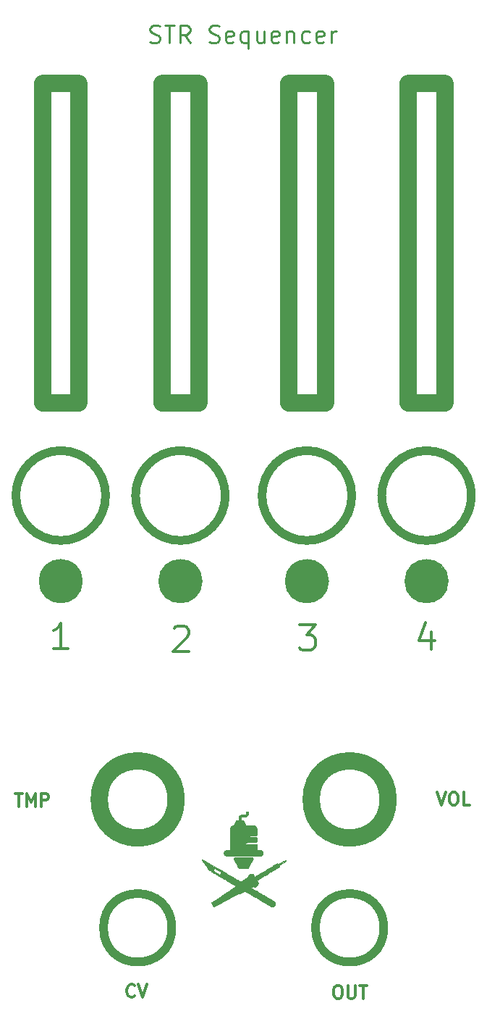
<source format=gbr>
G04 #@! TF.GenerationSoftware,KiCad,Pcbnew,(5.0.2-5-10.14)*
G04 #@! TF.CreationDate,2019-06-16T16:00:31-04:00*
G04 #@! TF.ProjectId,panel,70616e65-6c2e-46b6-9963-61645f706362,rev?*
G04 #@! TF.SameCoordinates,Original*
G04 #@! TF.FileFunction,Soldermask,Top*
G04 #@! TF.FilePolarity,Negative*
%FSLAX46Y46*%
G04 Gerber Fmt 4.6, Leading zero omitted, Abs format (unit mm)*
G04 Created by KiCad (PCBNEW (5.0.2-5-10.14)) date Sunday, June 16, 2019 at 04:00:31 PM*
%MOMM*%
%LPD*%
G01*
G04 APERTURE LIST*
%ADD10C,0.300000*%
%ADD11C,0.250000*%
%ADD12C,2.000000*%
%ADD13C,1.000000*%
%ADD14C,3.000000*%
%ADD15C,0.200000*%
%ADD16C,0.010000*%
G04 APERTURE END LIST*
D10*
X76601428Y-97707142D02*
X76601428Y-99707142D01*
X75887142Y-96564285D02*
X75172857Y-98707142D01*
X77030000Y-98707142D01*
X61160000Y-96837142D02*
X63017142Y-96837142D01*
X62017142Y-97980000D01*
X62445714Y-97980000D01*
X62731428Y-98122857D01*
X62874285Y-98265714D01*
X63017142Y-98551428D01*
X63017142Y-99265714D01*
X62874285Y-99551428D01*
X62731428Y-99694285D01*
X62445714Y-99837142D01*
X61588571Y-99837142D01*
X61302857Y-99694285D01*
X61160000Y-99551428D01*
X46522857Y-97262857D02*
X46665714Y-97120000D01*
X46951428Y-96977142D01*
X47665714Y-96977142D01*
X47951428Y-97120000D01*
X48094285Y-97262857D01*
X48237142Y-97548571D01*
X48237142Y-97834285D01*
X48094285Y-98262857D01*
X46380000Y-99977142D01*
X48237142Y-99977142D01*
X34137142Y-99667142D02*
X32422857Y-99667142D01*
X33280000Y-99667142D02*
X33280000Y-96667142D01*
X32994285Y-97095714D01*
X32708571Y-97381428D01*
X32422857Y-97524285D01*
X41911428Y-140215714D02*
X41840000Y-140287142D01*
X41625714Y-140358571D01*
X41482857Y-140358571D01*
X41268571Y-140287142D01*
X41125714Y-140144285D01*
X41054285Y-140001428D01*
X40982857Y-139715714D01*
X40982857Y-139501428D01*
X41054285Y-139215714D01*
X41125714Y-139072857D01*
X41268571Y-138930000D01*
X41482857Y-138858571D01*
X41625714Y-138858571D01*
X41840000Y-138930000D01*
X41911428Y-139001428D01*
X42340000Y-138858571D02*
X42840000Y-140358571D01*
X43340000Y-138858571D01*
X65550000Y-138988571D02*
X65835714Y-138988571D01*
X65978571Y-139060000D01*
X66121428Y-139202857D01*
X66192857Y-139488571D01*
X66192857Y-139988571D01*
X66121428Y-140274285D01*
X65978571Y-140417142D01*
X65835714Y-140488571D01*
X65550000Y-140488571D01*
X65407142Y-140417142D01*
X65264285Y-140274285D01*
X65192857Y-139988571D01*
X65192857Y-139488571D01*
X65264285Y-139202857D01*
X65407142Y-139060000D01*
X65550000Y-138988571D01*
X66835714Y-138988571D02*
X66835714Y-140202857D01*
X66907142Y-140345714D01*
X66978571Y-140417142D01*
X67121428Y-140488571D01*
X67407142Y-140488571D01*
X67550000Y-140417142D01*
X67621428Y-140345714D01*
X67692857Y-140202857D01*
X67692857Y-138988571D01*
X68192857Y-138988571D02*
X69050000Y-138988571D01*
X68621428Y-140488571D02*
X68621428Y-138988571D01*
X77307142Y-116408571D02*
X77807142Y-117908571D01*
X78307142Y-116408571D01*
X79092857Y-116408571D02*
X79378571Y-116408571D01*
X79521428Y-116480000D01*
X79664285Y-116622857D01*
X79735714Y-116908571D01*
X79735714Y-117408571D01*
X79664285Y-117694285D01*
X79521428Y-117837142D01*
X79378571Y-117908571D01*
X79092857Y-117908571D01*
X78950000Y-117837142D01*
X78807142Y-117694285D01*
X78735714Y-117408571D01*
X78735714Y-116908571D01*
X78807142Y-116622857D01*
X78950000Y-116480000D01*
X79092857Y-116408571D01*
X81092857Y-117908571D02*
X80378571Y-117908571D01*
X80378571Y-116408571D01*
X27914285Y-116548571D02*
X28771428Y-116548571D01*
X28342857Y-118048571D02*
X28342857Y-116548571D01*
X29271428Y-118048571D02*
X29271428Y-116548571D01*
X29771428Y-117620000D01*
X30271428Y-116548571D01*
X30271428Y-118048571D01*
X30985714Y-118048571D02*
X30985714Y-116548571D01*
X31557142Y-116548571D01*
X31700000Y-116620000D01*
X31771428Y-116691428D01*
X31842857Y-116834285D01*
X31842857Y-117048571D01*
X31771428Y-117191428D01*
X31700000Y-117262857D01*
X31557142Y-117334285D01*
X30985714Y-117334285D01*
D11*
X43700476Y-28739523D02*
X43986190Y-28834761D01*
X44462380Y-28834761D01*
X44652857Y-28739523D01*
X44748095Y-28644285D01*
X44843333Y-28453809D01*
X44843333Y-28263333D01*
X44748095Y-28072857D01*
X44652857Y-27977619D01*
X44462380Y-27882380D01*
X44081428Y-27787142D01*
X43890952Y-27691904D01*
X43795714Y-27596666D01*
X43700476Y-27406190D01*
X43700476Y-27215714D01*
X43795714Y-27025238D01*
X43890952Y-26930000D01*
X44081428Y-26834761D01*
X44557619Y-26834761D01*
X44843333Y-26930000D01*
X45414761Y-26834761D02*
X46557619Y-26834761D01*
X45986190Y-28834761D02*
X45986190Y-26834761D01*
X48367142Y-28834761D02*
X47700476Y-27882380D01*
X47224285Y-28834761D02*
X47224285Y-26834761D01*
X47986190Y-26834761D01*
X48176666Y-26930000D01*
X48271904Y-27025238D01*
X48367142Y-27215714D01*
X48367142Y-27501428D01*
X48271904Y-27691904D01*
X48176666Y-27787142D01*
X47986190Y-27882380D01*
X47224285Y-27882380D01*
X50652857Y-28739523D02*
X50938571Y-28834761D01*
X51414761Y-28834761D01*
X51605238Y-28739523D01*
X51700476Y-28644285D01*
X51795714Y-28453809D01*
X51795714Y-28263333D01*
X51700476Y-28072857D01*
X51605238Y-27977619D01*
X51414761Y-27882380D01*
X51033809Y-27787142D01*
X50843333Y-27691904D01*
X50748095Y-27596666D01*
X50652857Y-27406190D01*
X50652857Y-27215714D01*
X50748095Y-27025238D01*
X50843333Y-26930000D01*
X51033809Y-26834761D01*
X51509999Y-26834761D01*
X51795714Y-26930000D01*
X53414761Y-28739523D02*
X53224285Y-28834761D01*
X52843333Y-28834761D01*
X52652857Y-28739523D01*
X52557619Y-28549047D01*
X52557619Y-27787142D01*
X52652857Y-27596666D01*
X52843333Y-27501428D01*
X53224285Y-27501428D01*
X53414761Y-27596666D01*
X53510000Y-27787142D01*
X53510000Y-27977619D01*
X52557619Y-28168095D01*
X55224285Y-27501428D02*
X55224285Y-29501428D01*
X55224285Y-28739523D02*
X55033809Y-28834761D01*
X54652857Y-28834761D01*
X54462380Y-28739523D01*
X54367142Y-28644285D01*
X54271904Y-28453809D01*
X54271904Y-27882380D01*
X54367142Y-27691904D01*
X54462380Y-27596666D01*
X54652857Y-27501428D01*
X55033809Y-27501428D01*
X55224285Y-27596666D01*
X57033809Y-27501428D02*
X57033809Y-28834761D01*
X56176666Y-27501428D02*
X56176666Y-28549047D01*
X56271904Y-28739523D01*
X56462380Y-28834761D01*
X56748095Y-28834761D01*
X56938571Y-28739523D01*
X57033809Y-28644285D01*
X58748095Y-28739523D02*
X58557619Y-28834761D01*
X58176666Y-28834761D01*
X57986190Y-28739523D01*
X57890952Y-28549047D01*
X57890952Y-27787142D01*
X57986190Y-27596666D01*
X58176666Y-27501428D01*
X58557619Y-27501428D01*
X58748095Y-27596666D01*
X58843333Y-27787142D01*
X58843333Y-27977619D01*
X57890952Y-28168095D01*
X59700476Y-27501428D02*
X59700476Y-28834761D01*
X59700476Y-27691904D02*
X59795714Y-27596666D01*
X59986190Y-27501428D01*
X60271904Y-27501428D01*
X60462380Y-27596666D01*
X60557619Y-27787142D01*
X60557619Y-28834761D01*
X62367142Y-28739523D02*
X62176666Y-28834761D01*
X61795714Y-28834761D01*
X61605238Y-28739523D01*
X61510000Y-28644285D01*
X61414761Y-28453809D01*
X61414761Y-27882380D01*
X61510000Y-27691904D01*
X61605238Y-27596666D01*
X61795714Y-27501428D01*
X62176666Y-27501428D01*
X62367142Y-27596666D01*
X63986190Y-28739523D02*
X63795714Y-28834761D01*
X63414761Y-28834761D01*
X63224285Y-28739523D01*
X63129047Y-28549047D01*
X63129047Y-27787142D01*
X63224285Y-27596666D01*
X63414761Y-27501428D01*
X63795714Y-27501428D01*
X63986190Y-27596666D01*
X64081428Y-27787142D01*
X64081428Y-27977619D01*
X63129047Y-28168095D01*
X64938571Y-28834761D02*
X64938571Y-27501428D01*
X64938571Y-27882380D02*
X65033809Y-27691904D01*
X65129047Y-27596666D01*
X65319523Y-27501428D01*
X65509999Y-27501428D01*
D12*
X49400000Y-70900000D02*
X49400000Y-33600000D01*
X49400000Y-33600000D02*
X45100000Y-33600000D01*
X49400000Y-70900000D02*
X45100000Y-70900000D01*
X45100000Y-70900000D02*
X45100000Y-33600000D01*
X35400000Y-70900000D02*
X31100000Y-70900000D01*
X35400000Y-70900000D02*
X35400000Y-33600000D01*
X35400000Y-33600000D02*
X31100000Y-33600000D01*
X31100000Y-70900000D02*
X31100000Y-33600000D01*
X78200000Y-70900000D02*
X78200000Y-33600000D01*
X73900000Y-70900000D02*
X73900000Y-33600000D01*
X78200000Y-33600000D02*
X73900000Y-33600000D01*
X78200000Y-70900000D02*
X73900000Y-70900000D01*
X64200000Y-70900000D02*
X64200000Y-33600000D01*
X59900000Y-70900000D02*
X59900000Y-33600000D01*
X64200000Y-70900000D02*
X59900000Y-70900000D01*
X64200000Y-33600000D02*
X59900000Y-33600000D01*
D13*
X46250000Y-132250000D02*
G75*
G03X46250000Y-132250000I-4000000J0D01*
G01*
X71050000Y-132250000D02*
G75*
G03X71050000Y-132250000I-4000000J0D01*
G01*
D12*
X71550000Y-117250000D02*
G75*
G03X71550000Y-117250000I-4500000J0D01*
G01*
X46750000Y-117250000D02*
G75*
G03X46750000Y-117250000I-4500000J0D01*
G01*
D13*
X81300000Y-81750000D02*
G75*
G03X81300000Y-81750000I-5250000J0D01*
G01*
X67300000Y-81750000D02*
G75*
G03X67300000Y-81750000I-5250000J0D01*
G01*
X52500000Y-81750000D02*
G75*
G03X52500000Y-81750000I-5250000J0D01*
G01*
X38500000Y-81750000D02*
G75*
G03X38500000Y-81750000I-5250000J0D01*
G01*
D14*
X77050000Y-91750000D02*
G75*
G03X77050000Y-91750000I-1000000J0D01*
G01*
X63050000Y-91750000D02*
G75*
G03X63050000Y-91750000I-1000000J0D01*
G01*
X48250000Y-91750000D02*
G75*
G03X48250000Y-91750000I-1000000J0D01*
G01*
X34250000Y-91750000D02*
G75*
G03X34250000Y-91750000I-1000000J0D01*
G01*
D15*
X35750000Y-91750000D02*
G75*
G03X35750000Y-91750000I-2500000J0D01*
G01*
X64550000Y-91750000D02*
G75*
G03X64550000Y-91750000I-2500000J0D01*
G01*
X78550000Y-91750000D02*
G75*
G03X78550000Y-91750000I-2500000J0D01*
G01*
X49750000Y-91750000D02*
G75*
G03X49750000Y-91750000I-2500000J0D01*
G01*
D16*
G04 #@! TO.C,G\002A\002A\002A*
G36*
X55161364Y-118860437D02*
X55160460Y-118907260D01*
X55159451Y-118943370D01*
X55158146Y-118970751D01*
X55156359Y-118991391D01*
X55153900Y-119007275D01*
X55150580Y-119020389D01*
X55146212Y-119032719D01*
X55144633Y-119036650D01*
X55114465Y-119093905D01*
X55073851Y-119144652D01*
X55023657Y-119188156D01*
X54964750Y-119223681D01*
X54897995Y-119250493D01*
X54889654Y-119253044D01*
X54875829Y-119256900D01*
X54862008Y-119260037D01*
X54846628Y-119262562D01*
X54828124Y-119264582D01*
X54804932Y-119266202D01*
X54775489Y-119267530D01*
X54738229Y-119268670D01*
X54691588Y-119269731D01*
X54634003Y-119270817D01*
X54626175Y-119270956D01*
X54410275Y-119274775D01*
X54374053Y-119292561D01*
X54351675Y-119305386D01*
X54331724Y-119319922D01*
X54321666Y-119329561D01*
X54315908Y-119336757D01*
X54311711Y-119343964D01*
X54308828Y-119353211D01*
X54307012Y-119366526D01*
X54306016Y-119385939D01*
X54305595Y-119413480D01*
X54305501Y-119451177D01*
X54305500Y-119462587D01*
X54305500Y-119576400D01*
X54057850Y-119576400D01*
X54057850Y-119453909D01*
X54058692Y-119392464D01*
X54061658Y-119341579D01*
X54067409Y-119299197D01*
X54076603Y-119263262D01*
X54089901Y-119231719D01*
X54107962Y-119202511D01*
X54131447Y-119173582D01*
X54156106Y-119147736D01*
X54207747Y-119103943D01*
X54265707Y-119069795D01*
X54331959Y-119044147D01*
X54337353Y-119042523D01*
X54351185Y-119038679D01*
X54365046Y-119035550D01*
X54380500Y-119033030D01*
X54399112Y-119031012D01*
X54422446Y-119029391D01*
X54452065Y-119028060D01*
X54489534Y-119026912D01*
X54536416Y-119025842D01*
X54594276Y-119024744D01*
X54600775Y-119024627D01*
X54816675Y-119020775D01*
X54853035Y-119002919D01*
X54873462Y-118992564D01*
X54888829Y-118982987D01*
X54899857Y-118972250D01*
X54907266Y-118958415D01*
X54911774Y-118939541D01*
X54914103Y-118913692D01*
X54914971Y-118878927D01*
X54915100Y-118835768D01*
X54915100Y-118719150D01*
X55163806Y-118719150D01*
X55161364Y-118860437D01*
X55161364Y-118860437D01*
G37*
X55161364Y-118860437D02*
X55160460Y-118907260D01*
X55159451Y-118943370D01*
X55158146Y-118970751D01*
X55156359Y-118991391D01*
X55153900Y-119007275D01*
X55150580Y-119020389D01*
X55146212Y-119032719D01*
X55144633Y-119036650D01*
X55114465Y-119093905D01*
X55073851Y-119144652D01*
X55023657Y-119188156D01*
X54964750Y-119223681D01*
X54897995Y-119250493D01*
X54889654Y-119253044D01*
X54875829Y-119256900D01*
X54862008Y-119260037D01*
X54846628Y-119262562D01*
X54828124Y-119264582D01*
X54804932Y-119266202D01*
X54775489Y-119267530D01*
X54738229Y-119268670D01*
X54691588Y-119269731D01*
X54634003Y-119270817D01*
X54626175Y-119270956D01*
X54410275Y-119274775D01*
X54374053Y-119292561D01*
X54351675Y-119305386D01*
X54331724Y-119319922D01*
X54321666Y-119329561D01*
X54315908Y-119336757D01*
X54311711Y-119343964D01*
X54308828Y-119353211D01*
X54307012Y-119366526D01*
X54306016Y-119385939D01*
X54305595Y-119413480D01*
X54305501Y-119451177D01*
X54305500Y-119462587D01*
X54305500Y-119576400D01*
X54057850Y-119576400D01*
X54057850Y-119453909D01*
X54058692Y-119392464D01*
X54061658Y-119341579D01*
X54067409Y-119299197D01*
X54076603Y-119263262D01*
X54089901Y-119231719D01*
X54107962Y-119202511D01*
X54131447Y-119173582D01*
X54156106Y-119147736D01*
X54207747Y-119103943D01*
X54265707Y-119069795D01*
X54331959Y-119044147D01*
X54337353Y-119042523D01*
X54351185Y-119038679D01*
X54365046Y-119035550D01*
X54380500Y-119033030D01*
X54399112Y-119031012D01*
X54422446Y-119029391D01*
X54452065Y-119028060D01*
X54489534Y-119026912D01*
X54536416Y-119025842D01*
X54594276Y-119024744D01*
X54600775Y-119024627D01*
X54816675Y-119020775D01*
X54853035Y-119002919D01*
X54873462Y-118992564D01*
X54888829Y-118982987D01*
X54899857Y-118972250D01*
X54907266Y-118958415D01*
X54911774Y-118939541D01*
X54914103Y-118913692D01*
X54914971Y-118878927D01*
X54915100Y-118835768D01*
X54915100Y-118719150D01*
X55163806Y-118719150D01*
X55161364Y-118860437D01*
G36*
X54166761Y-119665427D02*
X54187235Y-119665439D01*
X54260843Y-119665492D01*
X54322850Y-119665607D01*
X54374355Y-119665824D01*
X54416457Y-119666179D01*
X54450256Y-119666709D01*
X54476849Y-119667453D01*
X54497337Y-119668448D01*
X54512817Y-119669731D01*
X54524390Y-119671340D01*
X54533154Y-119673313D01*
X54540208Y-119675686D01*
X54544820Y-119677653D01*
X54562032Y-119687661D01*
X54578428Y-119702380D01*
X54595163Y-119723376D01*
X54613392Y-119752214D01*
X54634268Y-119790460D01*
X54648109Y-119817700D01*
X54666032Y-119853347D01*
X54687112Y-119894816D01*
X54708584Y-119936693D01*
X54725881Y-119970100D01*
X54745774Y-120008290D01*
X54768224Y-120051402D01*
X54790292Y-120093795D01*
X54806881Y-120125675D01*
X54824814Y-120159987D01*
X54843783Y-120196017D01*
X54861445Y-120229331D01*
X54874671Y-120254035D01*
X54902818Y-120306196D01*
X55383621Y-120308010D01*
X55864425Y-120309825D01*
X55905700Y-120324544D01*
X55934291Y-120336687D01*
X55964811Y-120352594D01*
X55983686Y-120364231D01*
X56002599Y-120376656D01*
X56017440Y-120385598D01*
X56025109Y-120389193D01*
X56025227Y-120389200D01*
X56031895Y-120393479D01*
X56043871Y-120404263D01*
X56058131Y-120418465D01*
X56071656Y-120433003D01*
X56081422Y-120444791D01*
X56084326Y-120449525D01*
X56088889Y-120457734D01*
X56098532Y-120473011D01*
X56110497Y-120491048D01*
X56126155Y-120517013D01*
X56141035Y-120546302D01*
X56148597Y-120564073D01*
X56151504Y-120571973D01*
X56153990Y-120579761D01*
X56156094Y-120588453D01*
X56157850Y-120599066D01*
X56159297Y-120612617D01*
X56160470Y-120630122D01*
X56161407Y-120652599D01*
X56162144Y-120681064D01*
X56162718Y-120716534D01*
X56163166Y-120760026D01*
X56163524Y-120812556D01*
X56163829Y-120875142D01*
X56164118Y-120948800D01*
X56164300Y-120998800D01*
X56165725Y-121395675D01*
X56151600Y-121424109D01*
X56139082Y-121444118D01*
X56122281Y-121459148D01*
X56103412Y-121470146D01*
X56069349Y-121487750D01*
X55731937Y-121487785D01*
X55653151Y-121487918D01*
X55582594Y-121488294D01*
X55520943Y-121488898D01*
X55468875Y-121489720D01*
X55427067Y-121490746D01*
X55396196Y-121491965D01*
X55376940Y-121493365D01*
X55371234Y-121494289D01*
X55351564Y-121503681D01*
X55332247Y-121518945D01*
X55328372Y-121523050D01*
X55315562Y-121540349D01*
X55309889Y-121557605D01*
X55308800Y-121576496D01*
X55310014Y-121595381D01*
X55313104Y-121608524D01*
X55315253Y-121611639D01*
X55319257Y-121618713D01*
X55318578Y-121620690D01*
X55320259Y-121628231D01*
X55326412Y-121635310D01*
X55332998Y-121640964D01*
X55339451Y-121645774D01*
X55346807Y-121649818D01*
X55356104Y-121653174D01*
X55368377Y-121655921D01*
X55384664Y-121658135D01*
X55406002Y-121659895D01*
X55433427Y-121661279D01*
X55467976Y-121662364D01*
X55510686Y-121663229D01*
X55562593Y-121663950D01*
X55624734Y-121664607D01*
X55698147Y-121665277D01*
X55729031Y-121665550D01*
X55805729Y-121666238D01*
X55870750Y-121666870D01*
X55925116Y-121667489D01*
X55969849Y-121668141D01*
X56005972Y-121668869D01*
X56034507Y-121669716D01*
X56056476Y-121670728D01*
X56072902Y-121671949D01*
X56084807Y-121673422D01*
X56093213Y-121675191D01*
X56099143Y-121677301D01*
X56103619Y-121679796D01*
X56106488Y-121681835D01*
X56121546Y-121695131D01*
X56138218Y-121712715D01*
X56143457Y-121718928D01*
X56162875Y-121742910D01*
X56164488Y-121962992D01*
X56164901Y-122021654D01*
X56165142Y-122069005D01*
X56165139Y-122106436D01*
X56164819Y-122135335D01*
X56164111Y-122157092D01*
X56162942Y-122173096D01*
X56161239Y-122184738D01*
X56158932Y-122193405D01*
X56155946Y-122200488D01*
X56152210Y-122207376D01*
X56151734Y-122208210D01*
X56137486Y-122227289D01*
X56118266Y-122246154D01*
X56109890Y-122252660D01*
X56082413Y-122271975D01*
X55478119Y-122275150D01*
X55376318Y-122275699D01*
X55286444Y-122276222D01*
X55207722Y-122276737D01*
X55139379Y-122277262D01*
X55080641Y-122277812D01*
X55030735Y-122278406D01*
X54988886Y-122279061D01*
X54954322Y-122279793D01*
X54926267Y-122280620D01*
X54903949Y-122281560D01*
X54886594Y-122282629D01*
X54873429Y-122283845D01*
X54863678Y-122285225D01*
X54856570Y-122286786D01*
X54851330Y-122288545D01*
X54849972Y-122289130D01*
X54831298Y-122301291D01*
X54820018Y-122316003D01*
X54819809Y-122316531D01*
X54815769Y-122335385D01*
X54813869Y-122361658D01*
X54814104Y-122390252D01*
X54816469Y-122416069D01*
X54819916Y-122431364D01*
X54826332Y-122449775D01*
X55443803Y-122449775D01*
X55531622Y-122449824D01*
X55616071Y-122449969D01*
X55696253Y-122450202D01*
X55771274Y-122450516D01*
X55840239Y-122450904D01*
X55902252Y-122451359D01*
X55956418Y-122451875D01*
X56001843Y-122452444D01*
X56037629Y-122453059D01*
X56062884Y-122453714D01*
X56076710Y-122454401D01*
X56078897Y-122454698D01*
X56097975Y-122464149D01*
X56119575Y-122480835D01*
X56139723Y-122501082D01*
X56154442Y-122521213D01*
X56157495Y-122527358D01*
X56159771Y-122539251D01*
X56161727Y-122562213D01*
X56163365Y-122594615D01*
X56164685Y-122634831D01*
X56165686Y-122681234D01*
X56166369Y-122732195D01*
X56166733Y-122786087D01*
X56166780Y-122841283D01*
X56166508Y-122896155D01*
X56165919Y-122949077D01*
X56165012Y-122998419D01*
X56163787Y-123042556D01*
X56162244Y-123079859D01*
X56160384Y-123108701D01*
X56158207Y-123127454D01*
X56157455Y-123131016D01*
X56148860Y-123164150D01*
X56368846Y-123164150D01*
X56433418Y-123164239D01*
X56486783Y-123164627D01*
X56530430Y-123165493D01*
X56565851Y-123167017D01*
X56594537Y-123169378D01*
X56617979Y-123172756D01*
X56637667Y-123177330D01*
X56655094Y-123183280D01*
X56671750Y-123190786D01*
X56689127Y-123200027D01*
X56695213Y-123203454D01*
X56716344Y-123215445D01*
X56734598Y-123225801D01*
X56744943Y-123231668D01*
X56763140Y-123244965D01*
X56783433Y-123264079D01*
X56801381Y-123284484D01*
X56811454Y-123299425D01*
X56822295Y-123316550D01*
X56832675Y-123329125D01*
X56840643Y-123340853D01*
X56850475Y-123360585D01*
X56860154Y-123384235D01*
X56860912Y-123386316D01*
X56868333Y-123408675D01*
X56873125Y-123428962D01*
X56875823Y-123451123D01*
X56876962Y-123479104D01*
X56877116Y-123505840D01*
X56874375Y-123562504D01*
X56865768Y-123610752D01*
X56850383Y-123653863D01*
X56827309Y-123695114D01*
X56822466Y-123702308D01*
X56806965Y-123722501D01*
X56788125Y-123743690D01*
X56768331Y-123763579D01*
X56749969Y-123779868D01*
X56735425Y-123790259D01*
X56728535Y-123792800D01*
X56718705Y-123796804D01*
X56707112Y-123805640D01*
X56693885Y-123814505D01*
X56673333Y-123824658D01*
X56653527Y-123832556D01*
X56613725Y-123846632D01*
X54626175Y-123847781D01*
X54430478Y-123847885D01*
X54247121Y-123847963D01*
X54075743Y-123848012D01*
X53915984Y-123848033D01*
X53767483Y-123848024D01*
X53629881Y-123847983D01*
X53502816Y-123847909D01*
X53385928Y-123847802D01*
X53278857Y-123847660D01*
X53181242Y-123847481D01*
X53092724Y-123847265D01*
X53012941Y-123847011D01*
X52941533Y-123846716D01*
X52878140Y-123846380D01*
X52822402Y-123846002D01*
X52773957Y-123845580D01*
X52732447Y-123845113D01*
X52697509Y-123844601D01*
X52668784Y-123844041D01*
X52645912Y-123843432D01*
X52628532Y-123842774D01*
X52616284Y-123842065D01*
X52608807Y-123841304D01*
X52606875Y-123840937D01*
X52545661Y-123819309D01*
X52488480Y-123786946D01*
X52440187Y-123747245D01*
X52423929Y-123730131D01*
X52412061Y-123715590D01*
X52406907Y-123706502D01*
X52406850Y-123705952D01*
X52403029Y-123698249D01*
X52400500Y-123697550D01*
X52394753Y-123692457D01*
X52394150Y-123688704D01*
X52389041Y-123678832D01*
X52384928Y-123676320D01*
X52379016Y-123668999D01*
X52371063Y-123652443D01*
X52362426Y-123629653D01*
X52358852Y-123618723D01*
X52351405Y-123593412D01*
X52346697Y-123572262D01*
X52344266Y-123551131D01*
X52343649Y-123525878D01*
X52344385Y-123492363D01*
X52344468Y-123489820D01*
X52345919Y-123455814D01*
X52348095Y-123430854D01*
X52351659Y-123411288D01*
X52357279Y-123393462D01*
X52365620Y-123373723D01*
X52365630Y-123373700D01*
X52377247Y-123350328D01*
X52389342Y-123329582D01*
X52398761Y-123316614D01*
X52408654Y-123303956D01*
X52413171Y-123294573D01*
X52413200Y-123294124D01*
X52417730Y-123286138D01*
X52429401Y-123273083D01*
X52445328Y-123257692D01*
X52462631Y-123242697D01*
X52478425Y-123230828D01*
X52483050Y-123227926D01*
X52532954Y-123200825D01*
X52575262Y-123181820D01*
X52608775Y-123171352D01*
X52626133Y-123169147D01*
X52655427Y-123167316D01*
X52695895Y-123165881D01*
X52746779Y-123164862D01*
X52807317Y-123164283D01*
X52858691Y-123164150D01*
X52916817Y-123164117D01*
X52963463Y-123163976D01*
X52999851Y-123163663D01*
X53027201Y-123163114D01*
X53046735Y-123162265D01*
X53059672Y-123161052D01*
X53067234Y-123159410D01*
X53070641Y-123157277D01*
X53071115Y-123154587D01*
X53070642Y-123153037D01*
X53068711Y-123147276D01*
X53066941Y-123140001D01*
X53065324Y-123130682D01*
X53063855Y-123118791D01*
X53062528Y-123103798D01*
X53061338Y-123085175D01*
X53060278Y-123062391D01*
X53059342Y-123034919D01*
X53058525Y-123002229D01*
X53057820Y-122963791D01*
X53057223Y-122919077D01*
X53056726Y-122867558D01*
X53056324Y-122808704D01*
X53056011Y-122741987D01*
X53055782Y-122666877D01*
X53055630Y-122582844D01*
X53055549Y-122489361D01*
X53055534Y-122385898D01*
X53055579Y-122271925D01*
X53055678Y-122146914D01*
X53055825Y-122010335D01*
X53056013Y-121861660D01*
X53056043Y-121839818D01*
X53057725Y-120601925D01*
X53074815Y-120559295D01*
X53088028Y-120530953D01*
X53104716Y-120501288D01*
X53117677Y-120481778D01*
X53130647Y-120463486D01*
X53139904Y-120449028D01*
X53143449Y-120441525D01*
X53143450Y-120441516D01*
X53147726Y-120434191D01*
X53158138Y-120422337D01*
X53171063Y-120409549D01*
X53182875Y-120399425D01*
X53189775Y-120395550D01*
X53196966Y-120392139D01*
X53210989Y-120383313D01*
X53224397Y-120374085D01*
X53282453Y-120339716D01*
X53343055Y-120317635D01*
X53407164Y-120307526D01*
X53430359Y-120306760D01*
X53451451Y-120306038D01*
X53463232Y-120303298D01*
X53469057Y-120297425D01*
X53470646Y-120293409D01*
X53475124Y-120283109D01*
X53484450Y-120264159D01*
X53497363Y-120239044D01*
X53512605Y-120210248D01*
X53516547Y-120202922D01*
X53536496Y-120165609D01*
X53558626Y-120123648D01*
X53580027Y-120082584D01*
X53595409Y-120052650D01*
X53613298Y-120017790D01*
X53634542Y-119976846D01*
X53656482Y-119934917D01*
X53676459Y-119897106D01*
X53676476Y-119897075D01*
X53694843Y-119862318D01*
X53713635Y-119826377D01*
X53730807Y-119793185D01*
X53744316Y-119766676D01*
X53745858Y-119763602D01*
X53755806Y-119743512D01*
X53764691Y-119726359D01*
X53773554Y-119711911D01*
X53783433Y-119699937D01*
X53795367Y-119690206D01*
X53810396Y-119682487D01*
X53829560Y-119676549D01*
X53853897Y-119672160D01*
X53884447Y-119669090D01*
X53922248Y-119667107D01*
X53968341Y-119665981D01*
X54023765Y-119665479D01*
X54089558Y-119665372D01*
X54166761Y-119665427D01*
X54166761Y-119665427D01*
G37*
X54166761Y-119665427D02*
X54187235Y-119665439D01*
X54260843Y-119665492D01*
X54322850Y-119665607D01*
X54374355Y-119665824D01*
X54416457Y-119666179D01*
X54450256Y-119666709D01*
X54476849Y-119667453D01*
X54497337Y-119668448D01*
X54512817Y-119669731D01*
X54524390Y-119671340D01*
X54533154Y-119673313D01*
X54540208Y-119675686D01*
X54544820Y-119677653D01*
X54562032Y-119687661D01*
X54578428Y-119702380D01*
X54595163Y-119723376D01*
X54613392Y-119752214D01*
X54634268Y-119790460D01*
X54648109Y-119817700D01*
X54666032Y-119853347D01*
X54687112Y-119894816D01*
X54708584Y-119936693D01*
X54725881Y-119970100D01*
X54745774Y-120008290D01*
X54768224Y-120051402D01*
X54790292Y-120093795D01*
X54806881Y-120125675D01*
X54824814Y-120159987D01*
X54843783Y-120196017D01*
X54861445Y-120229331D01*
X54874671Y-120254035D01*
X54902818Y-120306196D01*
X55383621Y-120308010D01*
X55864425Y-120309825D01*
X55905700Y-120324544D01*
X55934291Y-120336687D01*
X55964811Y-120352594D01*
X55983686Y-120364231D01*
X56002599Y-120376656D01*
X56017440Y-120385598D01*
X56025109Y-120389193D01*
X56025227Y-120389200D01*
X56031895Y-120393479D01*
X56043871Y-120404263D01*
X56058131Y-120418465D01*
X56071656Y-120433003D01*
X56081422Y-120444791D01*
X56084326Y-120449525D01*
X56088889Y-120457734D01*
X56098532Y-120473011D01*
X56110497Y-120491048D01*
X56126155Y-120517013D01*
X56141035Y-120546302D01*
X56148597Y-120564073D01*
X56151504Y-120571973D01*
X56153990Y-120579761D01*
X56156094Y-120588453D01*
X56157850Y-120599066D01*
X56159297Y-120612617D01*
X56160470Y-120630122D01*
X56161407Y-120652599D01*
X56162144Y-120681064D01*
X56162718Y-120716534D01*
X56163166Y-120760026D01*
X56163524Y-120812556D01*
X56163829Y-120875142D01*
X56164118Y-120948800D01*
X56164300Y-120998800D01*
X56165725Y-121395675D01*
X56151600Y-121424109D01*
X56139082Y-121444118D01*
X56122281Y-121459148D01*
X56103412Y-121470146D01*
X56069349Y-121487750D01*
X55731937Y-121487785D01*
X55653151Y-121487918D01*
X55582594Y-121488294D01*
X55520943Y-121488898D01*
X55468875Y-121489720D01*
X55427067Y-121490746D01*
X55396196Y-121491965D01*
X55376940Y-121493365D01*
X55371234Y-121494289D01*
X55351564Y-121503681D01*
X55332247Y-121518945D01*
X55328372Y-121523050D01*
X55315562Y-121540349D01*
X55309889Y-121557605D01*
X55308800Y-121576496D01*
X55310014Y-121595381D01*
X55313104Y-121608524D01*
X55315253Y-121611639D01*
X55319257Y-121618713D01*
X55318578Y-121620690D01*
X55320259Y-121628231D01*
X55326412Y-121635310D01*
X55332998Y-121640964D01*
X55339451Y-121645774D01*
X55346807Y-121649818D01*
X55356104Y-121653174D01*
X55368377Y-121655921D01*
X55384664Y-121658135D01*
X55406002Y-121659895D01*
X55433427Y-121661279D01*
X55467976Y-121662364D01*
X55510686Y-121663229D01*
X55562593Y-121663950D01*
X55624734Y-121664607D01*
X55698147Y-121665277D01*
X55729031Y-121665550D01*
X55805729Y-121666238D01*
X55870750Y-121666870D01*
X55925116Y-121667489D01*
X55969849Y-121668141D01*
X56005972Y-121668869D01*
X56034507Y-121669716D01*
X56056476Y-121670728D01*
X56072902Y-121671949D01*
X56084807Y-121673422D01*
X56093213Y-121675191D01*
X56099143Y-121677301D01*
X56103619Y-121679796D01*
X56106488Y-121681835D01*
X56121546Y-121695131D01*
X56138218Y-121712715D01*
X56143457Y-121718928D01*
X56162875Y-121742910D01*
X56164488Y-121962992D01*
X56164901Y-122021654D01*
X56165142Y-122069005D01*
X56165139Y-122106436D01*
X56164819Y-122135335D01*
X56164111Y-122157092D01*
X56162942Y-122173096D01*
X56161239Y-122184738D01*
X56158932Y-122193405D01*
X56155946Y-122200488D01*
X56152210Y-122207376D01*
X56151734Y-122208210D01*
X56137486Y-122227289D01*
X56118266Y-122246154D01*
X56109890Y-122252660D01*
X56082413Y-122271975D01*
X55478119Y-122275150D01*
X55376318Y-122275699D01*
X55286444Y-122276222D01*
X55207722Y-122276737D01*
X55139379Y-122277262D01*
X55080641Y-122277812D01*
X55030735Y-122278406D01*
X54988886Y-122279061D01*
X54954322Y-122279793D01*
X54926267Y-122280620D01*
X54903949Y-122281560D01*
X54886594Y-122282629D01*
X54873429Y-122283845D01*
X54863678Y-122285225D01*
X54856570Y-122286786D01*
X54851330Y-122288545D01*
X54849972Y-122289130D01*
X54831298Y-122301291D01*
X54820018Y-122316003D01*
X54819809Y-122316531D01*
X54815769Y-122335385D01*
X54813869Y-122361658D01*
X54814104Y-122390252D01*
X54816469Y-122416069D01*
X54819916Y-122431364D01*
X54826332Y-122449775D01*
X55443803Y-122449775D01*
X55531622Y-122449824D01*
X55616071Y-122449969D01*
X55696253Y-122450202D01*
X55771274Y-122450516D01*
X55840239Y-122450904D01*
X55902252Y-122451359D01*
X55956418Y-122451875D01*
X56001843Y-122452444D01*
X56037629Y-122453059D01*
X56062884Y-122453714D01*
X56076710Y-122454401D01*
X56078897Y-122454698D01*
X56097975Y-122464149D01*
X56119575Y-122480835D01*
X56139723Y-122501082D01*
X56154442Y-122521213D01*
X56157495Y-122527358D01*
X56159771Y-122539251D01*
X56161727Y-122562213D01*
X56163365Y-122594615D01*
X56164685Y-122634831D01*
X56165686Y-122681234D01*
X56166369Y-122732195D01*
X56166733Y-122786087D01*
X56166780Y-122841283D01*
X56166508Y-122896155D01*
X56165919Y-122949077D01*
X56165012Y-122998419D01*
X56163787Y-123042556D01*
X56162244Y-123079859D01*
X56160384Y-123108701D01*
X56158207Y-123127454D01*
X56157455Y-123131016D01*
X56148860Y-123164150D01*
X56368846Y-123164150D01*
X56433418Y-123164239D01*
X56486783Y-123164627D01*
X56530430Y-123165493D01*
X56565851Y-123167017D01*
X56594537Y-123169378D01*
X56617979Y-123172756D01*
X56637667Y-123177330D01*
X56655094Y-123183280D01*
X56671750Y-123190786D01*
X56689127Y-123200027D01*
X56695213Y-123203454D01*
X56716344Y-123215445D01*
X56734598Y-123225801D01*
X56744943Y-123231668D01*
X56763140Y-123244965D01*
X56783433Y-123264079D01*
X56801381Y-123284484D01*
X56811454Y-123299425D01*
X56822295Y-123316550D01*
X56832675Y-123329125D01*
X56840643Y-123340853D01*
X56850475Y-123360585D01*
X56860154Y-123384235D01*
X56860912Y-123386316D01*
X56868333Y-123408675D01*
X56873125Y-123428962D01*
X56875823Y-123451123D01*
X56876962Y-123479104D01*
X56877116Y-123505840D01*
X56874375Y-123562504D01*
X56865768Y-123610752D01*
X56850383Y-123653863D01*
X56827309Y-123695114D01*
X56822466Y-123702308D01*
X56806965Y-123722501D01*
X56788125Y-123743690D01*
X56768331Y-123763579D01*
X56749969Y-123779868D01*
X56735425Y-123790259D01*
X56728535Y-123792800D01*
X56718705Y-123796804D01*
X56707112Y-123805640D01*
X56693885Y-123814505D01*
X56673333Y-123824658D01*
X56653527Y-123832556D01*
X56613725Y-123846632D01*
X54626175Y-123847781D01*
X54430478Y-123847885D01*
X54247121Y-123847963D01*
X54075743Y-123848012D01*
X53915984Y-123848033D01*
X53767483Y-123848024D01*
X53629881Y-123847983D01*
X53502816Y-123847909D01*
X53385928Y-123847802D01*
X53278857Y-123847660D01*
X53181242Y-123847481D01*
X53092724Y-123847265D01*
X53012941Y-123847011D01*
X52941533Y-123846716D01*
X52878140Y-123846380D01*
X52822402Y-123846002D01*
X52773957Y-123845580D01*
X52732447Y-123845113D01*
X52697509Y-123844601D01*
X52668784Y-123844041D01*
X52645912Y-123843432D01*
X52628532Y-123842774D01*
X52616284Y-123842065D01*
X52608807Y-123841304D01*
X52606875Y-123840937D01*
X52545661Y-123819309D01*
X52488480Y-123786946D01*
X52440187Y-123747245D01*
X52423929Y-123730131D01*
X52412061Y-123715590D01*
X52406907Y-123706502D01*
X52406850Y-123705952D01*
X52403029Y-123698249D01*
X52400500Y-123697550D01*
X52394753Y-123692457D01*
X52394150Y-123688704D01*
X52389041Y-123678832D01*
X52384928Y-123676320D01*
X52379016Y-123668999D01*
X52371063Y-123652443D01*
X52362426Y-123629653D01*
X52358852Y-123618723D01*
X52351405Y-123593412D01*
X52346697Y-123572262D01*
X52344266Y-123551131D01*
X52343649Y-123525878D01*
X52344385Y-123492363D01*
X52344468Y-123489820D01*
X52345919Y-123455814D01*
X52348095Y-123430854D01*
X52351659Y-123411288D01*
X52357279Y-123393462D01*
X52365620Y-123373723D01*
X52365630Y-123373700D01*
X52377247Y-123350328D01*
X52389342Y-123329582D01*
X52398761Y-123316614D01*
X52408654Y-123303956D01*
X52413171Y-123294573D01*
X52413200Y-123294124D01*
X52417730Y-123286138D01*
X52429401Y-123273083D01*
X52445328Y-123257692D01*
X52462631Y-123242697D01*
X52478425Y-123230828D01*
X52483050Y-123227926D01*
X52532954Y-123200825D01*
X52575262Y-123181820D01*
X52608775Y-123171352D01*
X52626133Y-123169147D01*
X52655427Y-123167316D01*
X52695895Y-123165881D01*
X52746779Y-123164862D01*
X52807317Y-123164283D01*
X52858691Y-123164150D01*
X52916817Y-123164117D01*
X52963463Y-123163976D01*
X52999851Y-123163663D01*
X53027201Y-123163114D01*
X53046735Y-123162265D01*
X53059672Y-123161052D01*
X53067234Y-123159410D01*
X53070641Y-123157277D01*
X53071115Y-123154587D01*
X53070642Y-123153037D01*
X53068711Y-123147276D01*
X53066941Y-123140001D01*
X53065324Y-123130682D01*
X53063855Y-123118791D01*
X53062528Y-123103798D01*
X53061338Y-123085175D01*
X53060278Y-123062391D01*
X53059342Y-123034919D01*
X53058525Y-123002229D01*
X53057820Y-122963791D01*
X53057223Y-122919077D01*
X53056726Y-122867558D01*
X53056324Y-122808704D01*
X53056011Y-122741987D01*
X53055782Y-122666877D01*
X53055630Y-122582844D01*
X53055549Y-122489361D01*
X53055534Y-122385898D01*
X53055579Y-122271925D01*
X53055678Y-122146914D01*
X53055825Y-122010335D01*
X53056013Y-121861660D01*
X53056043Y-121839818D01*
X53057725Y-120601925D01*
X53074815Y-120559295D01*
X53088028Y-120530953D01*
X53104716Y-120501288D01*
X53117677Y-120481778D01*
X53130647Y-120463486D01*
X53139904Y-120449028D01*
X53143449Y-120441525D01*
X53143450Y-120441516D01*
X53147726Y-120434191D01*
X53158138Y-120422337D01*
X53171063Y-120409549D01*
X53182875Y-120399425D01*
X53189775Y-120395550D01*
X53196966Y-120392139D01*
X53210989Y-120383313D01*
X53224397Y-120374085D01*
X53282453Y-120339716D01*
X53343055Y-120317635D01*
X53407164Y-120307526D01*
X53430359Y-120306760D01*
X53451451Y-120306038D01*
X53463232Y-120303298D01*
X53469057Y-120297425D01*
X53470646Y-120293409D01*
X53475124Y-120283109D01*
X53484450Y-120264159D01*
X53497363Y-120239044D01*
X53512605Y-120210248D01*
X53516547Y-120202922D01*
X53536496Y-120165609D01*
X53558626Y-120123648D01*
X53580027Y-120082584D01*
X53595409Y-120052650D01*
X53613298Y-120017790D01*
X53634542Y-119976846D01*
X53656482Y-119934917D01*
X53676459Y-119897106D01*
X53676476Y-119897075D01*
X53694843Y-119862318D01*
X53713635Y-119826377D01*
X53730807Y-119793185D01*
X53744316Y-119766676D01*
X53745858Y-119763602D01*
X53755806Y-119743512D01*
X53764691Y-119726359D01*
X53773554Y-119711911D01*
X53783433Y-119699937D01*
X53795367Y-119690206D01*
X53810396Y-119682487D01*
X53829560Y-119676549D01*
X53853897Y-119672160D01*
X53884447Y-119669090D01*
X53922248Y-119667107D01*
X53968341Y-119665981D01*
X54023765Y-119665479D01*
X54089558Y-119665372D01*
X54166761Y-119665427D01*
G36*
X55677100Y-124040922D02*
X55700960Y-124058828D01*
X55718271Y-124083168D01*
X55721022Y-124088547D01*
X55732521Y-124118144D01*
X55736483Y-124146913D01*
X55732680Y-124177696D01*
X55720882Y-124213337D01*
X55708809Y-124240475D01*
X55696844Y-124264987D01*
X55686580Y-124284923D01*
X55679400Y-124297653D01*
X55677068Y-124300800D01*
X55672773Y-124307373D01*
X55664097Y-124323217D01*
X55652182Y-124346166D01*
X55638169Y-124374055D01*
X55633585Y-124383350D01*
X55618828Y-124412953D01*
X55605490Y-124438890D01*
X55594821Y-124458787D01*
X55588072Y-124470268D01*
X55587073Y-124471631D01*
X55581568Y-124480341D01*
X55571673Y-124498081D01*
X55558653Y-124522509D01*
X55543772Y-124551284D01*
X55539074Y-124560531D01*
X55519666Y-124598658D01*
X55497177Y-124642461D01*
X55474468Y-124686387D01*
X55455347Y-124723075D01*
X55392566Y-124843304D01*
X55329665Y-124964589D01*
X55288855Y-125043750D01*
X55270036Y-125079910D01*
X55249361Y-125118919D01*
X55229396Y-125155974D01*
X55213385Y-125185060D01*
X55205288Y-125200269D01*
X55198547Y-125213618D01*
X55192329Y-125225226D01*
X55185801Y-125235214D01*
X55178131Y-125243701D01*
X55168484Y-125250806D01*
X55156028Y-125256649D01*
X55139930Y-125261349D01*
X55119356Y-125265026D01*
X55093473Y-125267801D01*
X55061448Y-125269791D01*
X55022449Y-125271117D01*
X54975641Y-125271898D01*
X54920192Y-125272255D01*
X54855268Y-125272306D01*
X54780037Y-125272171D01*
X54693665Y-125271970D01*
X54608781Y-125271834D01*
X54507732Y-125271679D01*
X54418835Y-125271424D01*
X54341544Y-125271060D01*
X54275313Y-125270579D01*
X54219593Y-125269973D01*
X54173839Y-125269235D01*
X54137503Y-125268355D01*
X54110038Y-125267325D01*
X54090898Y-125266138D01*
X54079536Y-125264786D01*
X54076236Y-125263896D01*
X54059798Y-125255060D01*
X54049101Y-125247637D01*
X54040238Y-125236757D01*
X54026049Y-125214501D01*
X54006602Y-125180989D01*
X53981966Y-125136344D01*
X53952209Y-125080686D01*
X53917938Y-125015175D01*
X53897314Y-124975428D01*
X53875278Y-124932986D01*
X53853891Y-124891816D01*
X53835213Y-124855885D01*
X53827235Y-124840550D01*
X53808127Y-124803820D01*
X53786616Y-124762449D01*
X53765750Y-124722301D01*
X53752957Y-124697675D01*
X53736145Y-124665312D01*
X53715819Y-124626205D01*
X53694329Y-124584873D01*
X53674026Y-124545836D01*
X53670430Y-124538925D01*
X53650483Y-124500451D01*
X53628798Y-124458400D01*
X53607775Y-124417440D01*
X53589816Y-124382242D01*
X53587156Y-124377000D01*
X53572673Y-124348815D01*
X53559776Y-124324424D01*
X53549776Y-124306255D01*
X53543983Y-124296739D01*
X53543642Y-124296305D01*
X53537784Y-124285914D01*
X53537150Y-124282547D01*
X53533104Y-124274729D01*
X53532387Y-124274341D01*
X53527523Y-124267969D01*
X53519045Y-124253079D01*
X53508654Y-124232688D01*
X53506987Y-124229242D01*
X53490631Y-124185319D01*
X53485913Y-124145177D01*
X53492788Y-124107614D01*
X53501837Y-124086975D01*
X53512176Y-124069596D01*
X53523493Y-124056838D01*
X53539402Y-124045476D01*
X53562550Y-124032785D01*
X53566789Y-124031684D01*
X53575401Y-124030681D01*
X53588897Y-124029771D01*
X53607791Y-124028950D01*
X53632594Y-124028214D01*
X53663819Y-124027560D01*
X53701979Y-124026982D01*
X53747586Y-124026478D01*
X53801152Y-124026044D01*
X53863191Y-124025674D01*
X53934215Y-124025365D01*
X54014735Y-124025114D01*
X54105266Y-124024916D01*
X54206318Y-124024767D01*
X54318406Y-124024663D01*
X54442040Y-124024601D01*
X54577734Y-124024576D01*
X54613475Y-124024575D01*
X55648525Y-124024575D01*
X55677100Y-124040922D01*
X55677100Y-124040922D01*
G37*
X55677100Y-124040922D02*
X55700960Y-124058828D01*
X55718271Y-124083168D01*
X55721022Y-124088547D01*
X55732521Y-124118144D01*
X55736483Y-124146913D01*
X55732680Y-124177696D01*
X55720882Y-124213337D01*
X55708809Y-124240475D01*
X55696844Y-124264987D01*
X55686580Y-124284923D01*
X55679400Y-124297653D01*
X55677068Y-124300800D01*
X55672773Y-124307373D01*
X55664097Y-124323217D01*
X55652182Y-124346166D01*
X55638169Y-124374055D01*
X55633585Y-124383350D01*
X55618828Y-124412953D01*
X55605490Y-124438890D01*
X55594821Y-124458787D01*
X55588072Y-124470268D01*
X55587073Y-124471631D01*
X55581568Y-124480341D01*
X55571673Y-124498081D01*
X55558653Y-124522509D01*
X55543772Y-124551284D01*
X55539074Y-124560531D01*
X55519666Y-124598658D01*
X55497177Y-124642461D01*
X55474468Y-124686387D01*
X55455347Y-124723075D01*
X55392566Y-124843304D01*
X55329665Y-124964589D01*
X55288855Y-125043750D01*
X55270036Y-125079910D01*
X55249361Y-125118919D01*
X55229396Y-125155974D01*
X55213385Y-125185060D01*
X55205288Y-125200269D01*
X55198547Y-125213618D01*
X55192329Y-125225226D01*
X55185801Y-125235214D01*
X55178131Y-125243701D01*
X55168484Y-125250806D01*
X55156028Y-125256649D01*
X55139930Y-125261349D01*
X55119356Y-125265026D01*
X55093473Y-125267801D01*
X55061448Y-125269791D01*
X55022449Y-125271117D01*
X54975641Y-125271898D01*
X54920192Y-125272255D01*
X54855268Y-125272306D01*
X54780037Y-125272171D01*
X54693665Y-125271970D01*
X54608781Y-125271834D01*
X54507732Y-125271679D01*
X54418835Y-125271424D01*
X54341544Y-125271060D01*
X54275313Y-125270579D01*
X54219593Y-125269973D01*
X54173839Y-125269235D01*
X54137503Y-125268355D01*
X54110038Y-125267325D01*
X54090898Y-125266138D01*
X54079536Y-125264786D01*
X54076236Y-125263896D01*
X54059798Y-125255060D01*
X54049101Y-125247637D01*
X54040238Y-125236757D01*
X54026049Y-125214501D01*
X54006602Y-125180989D01*
X53981966Y-125136344D01*
X53952209Y-125080686D01*
X53917938Y-125015175D01*
X53897314Y-124975428D01*
X53875278Y-124932986D01*
X53853891Y-124891816D01*
X53835213Y-124855885D01*
X53827235Y-124840550D01*
X53808127Y-124803820D01*
X53786616Y-124762449D01*
X53765750Y-124722301D01*
X53752957Y-124697675D01*
X53736145Y-124665312D01*
X53715819Y-124626205D01*
X53694329Y-124584873D01*
X53674026Y-124545836D01*
X53670430Y-124538925D01*
X53650483Y-124500451D01*
X53628798Y-124458400D01*
X53607775Y-124417440D01*
X53589816Y-124382242D01*
X53587156Y-124377000D01*
X53572673Y-124348815D01*
X53559776Y-124324424D01*
X53549776Y-124306255D01*
X53543983Y-124296739D01*
X53543642Y-124296305D01*
X53537784Y-124285914D01*
X53537150Y-124282547D01*
X53533104Y-124274729D01*
X53532387Y-124274341D01*
X53527523Y-124267969D01*
X53519045Y-124253079D01*
X53508654Y-124232688D01*
X53506987Y-124229242D01*
X53490631Y-124185319D01*
X53485913Y-124145177D01*
X53492788Y-124107614D01*
X53501837Y-124086975D01*
X53512176Y-124069596D01*
X53523493Y-124056838D01*
X53539402Y-124045476D01*
X53562550Y-124032785D01*
X53566789Y-124031684D01*
X53575401Y-124030681D01*
X53588897Y-124029771D01*
X53607791Y-124028950D01*
X53632594Y-124028214D01*
X53663819Y-124027560D01*
X53701979Y-124026982D01*
X53747586Y-124026478D01*
X53801152Y-124026044D01*
X53863191Y-124025674D01*
X53934215Y-124025365D01*
X54014735Y-124025114D01*
X54105266Y-124024916D01*
X54206318Y-124024767D01*
X54318406Y-124024663D01*
X54442040Y-124024601D01*
X54577734Y-124024576D01*
X54613475Y-124024575D01*
X55648525Y-124024575D01*
X55677100Y-124040922D01*
G36*
X59579188Y-124366206D02*
X59581575Y-124369703D01*
X59581228Y-124373273D01*
X59576369Y-124380137D01*
X59563803Y-124394667D01*
X59544772Y-124415519D01*
X59520519Y-124441347D01*
X59492284Y-124470808D01*
X59469782Y-124493928D01*
X59360389Y-124605611D01*
X59069732Y-124781020D01*
X59014095Y-124814601D01*
X58961423Y-124846402D01*
X58912778Y-124875780D01*
X58869221Y-124902095D01*
X58831815Y-124924704D01*
X58801621Y-124942967D01*
X58779701Y-124956240D01*
X58767117Y-124963882D01*
X58764787Y-124965311D01*
X58754052Y-124974703D01*
X58750500Y-124982148D01*
X58753668Y-124990969D01*
X58762086Y-125007354D01*
X58774121Y-125028192D01*
X58777910Y-125034389D01*
X58794379Y-125061518D01*
X58804706Y-125080188D01*
X58809801Y-125092502D01*
X58810575Y-125100562D01*
X58808649Y-125105431D01*
X58802144Y-125110598D01*
X58786456Y-125121162D01*
X58763313Y-125136014D01*
X58734443Y-125154050D01*
X58701572Y-125174164D01*
X58696525Y-125177218D01*
X58654855Y-125202410D01*
X58606551Y-125231632D01*
X58555837Y-125262327D01*
X58506935Y-125291938D01*
X58471100Y-125313650D01*
X58439665Y-125332689D01*
X58397942Y-125357938D01*
X58346515Y-125389046D01*
X58285966Y-125425658D01*
X58216880Y-125467423D01*
X58139841Y-125513988D01*
X58055433Y-125565000D01*
X57964239Y-125620106D01*
X57866844Y-125678954D01*
X57763830Y-125741190D01*
X57655783Y-125806462D01*
X57543285Y-125874418D01*
X57426921Y-125944703D01*
X57307275Y-126016967D01*
X57184930Y-126090855D01*
X57060470Y-126166016D01*
X56934480Y-126242096D01*
X56886775Y-126270901D01*
X56807931Y-126318517D01*
X56731822Y-126364498D01*
X56659193Y-126408394D01*
X56590787Y-126449754D01*
X56527351Y-126488127D01*
X56469629Y-126523061D01*
X56418367Y-126554106D01*
X56374310Y-126580810D01*
X56338202Y-126602723D01*
X56310790Y-126619393D01*
X56292817Y-126630369D01*
X56285248Y-126635058D01*
X56269654Y-126644999D01*
X56260953Y-126649119D01*
X56255183Y-126648189D01*
X56248381Y-126642976D01*
X56247630Y-126642362D01*
X56242133Y-126635199D01*
X56230945Y-126618455D01*
X56214894Y-126593447D01*
X56194811Y-126561492D01*
X56171525Y-126523909D01*
X56145864Y-126482013D01*
X56124941Y-126447530D01*
X56091504Y-126391818D01*
X56064666Y-126346228D01*
X56044128Y-126310219D01*
X56029594Y-126283248D01*
X56020766Y-126264773D01*
X56017348Y-126254250D01*
X56017620Y-126251725D01*
X56018388Y-126250601D01*
X56019570Y-126249276D01*
X56021572Y-126247503D01*
X56024805Y-126245032D01*
X56029675Y-126241616D01*
X56036593Y-126237004D01*
X56045966Y-126230949D01*
X56058204Y-126223201D01*
X56073714Y-126213512D01*
X56092905Y-126201634D01*
X56116187Y-126187316D01*
X56143967Y-126170311D01*
X56176654Y-126150370D01*
X56214657Y-126127244D01*
X56258384Y-126100684D01*
X56308244Y-126070442D01*
X56364646Y-126036269D01*
X56427997Y-125997915D01*
X56498708Y-125955133D01*
X56577186Y-125907674D01*
X56663839Y-125855288D01*
X56759077Y-125797727D01*
X56863308Y-125734743D01*
X56976941Y-125666086D01*
X57100384Y-125591507D01*
X57234046Y-125510759D01*
X57318575Y-125459694D01*
X57448926Y-125380946D01*
X57568930Y-125308448D01*
X57679107Y-125241883D01*
X57779981Y-125180937D01*
X57872075Y-125125292D01*
X57955910Y-125074633D01*
X58032011Y-125028644D01*
X58100898Y-124987009D01*
X58163096Y-124949412D01*
X58219126Y-124915537D01*
X58269511Y-124885068D01*
X58314774Y-124857690D01*
X58355438Y-124833085D01*
X58392024Y-124810939D01*
X58425057Y-124790935D01*
X58455057Y-124772758D01*
X58482549Y-124756091D01*
X58508054Y-124740619D01*
X58513658Y-124737218D01*
X58537032Y-124723902D01*
X58557002Y-124714119D01*
X58570731Y-124709181D01*
X58574641Y-124709022D01*
X58581616Y-124715742D01*
X58592846Y-124730880D01*
X58606416Y-124751756D01*
X58613310Y-124763216D01*
X58627260Y-124785878D01*
X58639713Y-124804085D01*
X58648788Y-124815172D01*
X58651435Y-124817200D01*
X58655350Y-124816513D01*
X58663844Y-124812846D01*
X58677468Y-124805876D01*
X58696775Y-124795279D01*
X58722315Y-124780729D01*
X58754639Y-124761903D01*
X58794298Y-124738477D01*
X58841844Y-124710127D01*
X58897828Y-124676527D01*
X58962801Y-124637355D01*
X59037315Y-124592285D01*
X59121920Y-124540993D01*
X59151329Y-124523143D01*
X59183004Y-124503949D01*
X59209397Y-124488282D01*
X59232427Y-124475348D01*
X59254011Y-124464355D01*
X59276070Y-124454509D01*
X59300521Y-124445018D01*
X59329284Y-124435089D01*
X59364278Y-124423930D01*
X59407421Y-124410746D01*
X59460633Y-124394746D01*
X59465847Y-124393181D01*
X59506882Y-124381022D01*
X59537280Y-124372496D01*
X59558495Y-124367352D01*
X59571979Y-124365339D01*
X59579188Y-124366206D01*
X59579188Y-124366206D01*
G37*
X59579188Y-124366206D02*
X59581575Y-124369703D01*
X59581228Y-124373273D01*
X59576369Y-124380137D01*
X59563803Y-124394667D01*
X59544772Y-124415519D01*
X59520519Y-124441347D01*
X59492284Y-124470808D01*
X59469782Y-124493928D01*
X59360389Y-124605611D01*
X59069732Y-124781020D01*
X59014095Y-124814601D01*
X58961423Y-124846402D01*
X58912778Y-124875780D01*
X58869221Y-124902095D01*
X58831815Y-124924704D01*
X58801621Y-124942967D01*
X58779701Y-124956240D01*
X58767117Y-124963882D01*
X58764787Y-124965311D01*
X58754052Y-124974703D01*
X58750500Y-124982148D01*
X58753668Y-124990969D01*
X58762086Y-125007354D01*
X58774121Y-125028192D01*
X58777910Y-125034389D01*
X58794379Y-125061518D01*
X58804706Y-125080188D01*
X58809801Y-125092502D01*
X58810575Y-125100562D01*
X58808649Y-125105431D01*
X58802144Y-125110598D01*
X58786456Y-125121162D01*
X58763313Y-125136014D01*
X58734443Y-125154050D01*
X58701572Y-125174164D01*
X58696525Y-125177218D01*
X58654855Y-125202410D01*
X58606551Y-125231632D01*
X58555837Y-125262327D01*
X58506935Y-125291938D01*
X58471100Y-125313650D01*
X58439665Y-125332689D01*
X58397942Y-125357938D01*
X58346515Y-125389046D01*
X58285966Y-125425658D01*
X58216880Y-125467423D01*
X58139841Y-125513988D01*
X58055433Y-125565000D01*
X57964239Y-125620106D01*
X57866844Y-125678954D01*
X57763830Y-125741190D01*
X57655783Y-125806462D01*
X57543285Y-125874418D01*
X57426921Y-125944703D01*
X57307275Y-126016967D01*
X57184930Y-126090855D01*
X57060470Y-126166016D01*
X56934480Y-126242096D01*
X56886775Y-126270901D01*
X56807931Y-126318517D01*
X56731822Y-126364498D01*
X56659193Y-126408394D01*
X56590787Y-126449754D01*
X56527351Y-126488127D01*
X56469629Y-126523061D01*
X56418367Y-126554106D01*
X56374310Y-126580810D01*
X56338202Y-126602723D01*
X56310790Y-126619393D01*
X56292817Y-126630369D01*
X56285248Y-126635058D01*
X56269654Y-126644999D01*
X56260953Y-126649119D01*
X56255183Y-126648189D01*
X56248381Y-126642976D01*
X56247630Y-126642362D01*
X56242133Y-126635199D01*
X56230945Y-126618455D01*
X56214894Y-126593447D01*
X56194811Y-126561492D01*
X56171525Y-126523909D01*
X56145864Y-126482013D01*
X56124941Y-126447530D01*
X56091504Y-126391818D01*
X56064666Y-126346228D01*
X56044128Y-126310219D01*
X56029594Y-126283248D01*
X56020766Y-126264773D01*
X56017348Y-126254250D01*
X56017620Y-126251725D01*
X56018388Y-126250601D01*
X56019570Y-126249276D01*
X56021572Y-126247503D01*
X56024805Y-126245032D01*
X56029675Y-126241616D01*
X56036593Y-126237004D01*
X56045966Y-126230949D01*
X56058204Y-126223201D01*
X56073714Y-126213512D01*
X56092905Y-126201634D01*
X56116187Y-126187316D01*
X56143967Y-126170311D01*
X56176654Y-126150370D01*
X56214657Y-126127244D01*
X56258384Y-126100684D01*
X56308244Y-126070442D01*
X56364646Y-126036269D01*
X56427997Y-125997915D01*
X56498708Y-125955133D01*
X56577186Y-125907674D01*
X56663839Y-125855288D01*
X56759077Y-125797727D01*
X56863308Y-125734743D01*
X56976941Y-125666086D01*
X57100384Y-125591507D01*
X57234046Y-125510759D01*
X57318575Y-125459694D01*
X57448926Y-125380946D01*
X57568930Y-125308448D01*
X57679107Y-125241883D01*
X57779981Y-125180937D01*
X57872075Y-125125292D01*
X57955910Y-125074633D01*
X58032011Y-125028644D01*
X58100898Y-124987009D01*
X58163096Y-124949412D01*
X58219126Y-124915537D01*
X58269511Y-124885068D01*
X58314774Y-124857690D01*
X58355438Y-124833085D01*
X58392024Y-124810939D01*
X58425057Y-124790935D01*
X58455057Y-124772758D01*
X58482549Y-124756091D01*
X58508054Y-124740619D01*
X58513658Y-124737218D01*
X58537032Y-124723902D01*
X58557002Y-124714119D01*
X58570731Y-124709181D01*
X58574641Y-124709022D01*
X58581616Y-124715742D01*
X58592846Y-124730880D01*
X58606416Y-124751756D01*
X58613310Y-124763216D01*
X58627260Y-124785878D01*
X58639713Y-124804085D01*
X58648788Y-124815172D01*
X58651435Y-124817200D01*
X58655350Y-124816513D01*
X58663844Y-124812846D01*
X58677468Y-124805876D01*
X58696775Y-124795279D01*
X58722315Y-124780729D01*
X58754639Y-124761903D01*
X58794298Y-124738477D01*
X58841844Y-124710127D01*
X58897828Y-124676527D01*
X58962801Y-124637355D01*
X59037315Y-124592285D01*
X59121920Y-124540993D01*
X59151329Y-124523143D01*
X59183004Y-124503949D01*
X59209397Y-124488282D01*
X59232427Y-124475348D01*
X59254011Y-124464355D01*
X59276070Y-124454509D01*
X59300521Y-124445018D01*
X59329284Y-124435089D01*
X59364278Y-124423930D01*
X59407421Y-124410746D01*
X59460633Y-124394746D01*
X59465847Y-124393181D01*
X59506882Y-124381022D01*
X59537280Y-124372496D01*
X59558495Y-124367352D01*
X59571979Y-124365339D01*
X59579188Y-124366206D01*
G36*
X49781824Y-124259466D02*
X49799246Y-124268386D01*
X49825306Y-124282466D01*
X49858853Y-124301064D01*
X49898733Y-124323535D01*
X49943795Y-124349237D01*
X49992888Y-124377527D01*
X50034042Y-124401445D01*
X50087714Y-124432746D01*
X50150299Y-124469230D01*
X50219732Y-124509694D01*
X50293947Y-124552935D01*
X50370880Y-124597750D01*
X50448466Y-124642937D01*
X50524639Y-124687291D01*
X50597335Y-124729612D01*
X50628850Y-124747954D01*
X50706688Y-124793376D01*
X50774014Y-124832936D01*
X50831393Y-124866979D01*
X50879391Y-124895855D01*
X50918573Y-124919910D01*
X50949505Y-124939492D01*
X50972751Y-124954949D01*
X50988878Y-124966628D01*
X50998451Y-124974878D01*
X50999132Y-124975595D01*
X51028808Y-125014404D01*
X51055190Y-125061830D01*
X51076112Y-125113840D01*
X51080006Y-125126300D01*
X51087289Y-125149616D01*
X51093845Y-125168188D01*
X51098454Y-125178612D01*
X51099036Y-125179420D01*
X51104080Y-125176766D01*
X51113398Y-125165043D01*
X51125365Y-125146433D01*
X51131550Y-125135739D01*
X51145811Y-125111179D01*
X51159585Y-125089014D01*
X51170484Y-125073043D01*
X51172926Y-125069919D01*
X51182925Y-125059065D01*
X51190796Y-125057083D01*
X51202379Y-125062954D01*
X51204676Y-125064374D01*
X51224257Y-125076285D01*
X51252212Y-125092958D01*
X51287359Y-125113712D01*
X51328517Y-125137865D01*
X51374507Y-125164735D01*
X51424146Y-125193638D01*
X51476254Y-125223895D01*
X51529650Y-125254822D01*
X51583154Y-125285737D01*
X51635584Y-125315959D01*
X51685760Y-125344805D01*
X51732500Y-125371593D01*
X51774623Y-125395642D01*
X51810950Y-125416269D01*
X51840299Y-125432792D01*
X51861488Y-125444530D01*
X51873338Y-125450800D01*
X51875138Y-125451604D01*
X51887146Y-125457093D01*
X51908290Y-125468166D01*
X51936890Y-125483844D01*
X51971269Y-125503147D01*
X52009747Y-125525096D01*
X52050646Y-125548710D01*
X52092288Y-125573010D01*
X52132995Y-125597016D01*
X52171088Y-125619750D01*
X52204888Y-125640230D01*
X52232717Y-125657478D01*
X52252896Y-125670513D01*
X52263748Y-125678356D01*
X52263975Y-125678557D01*
X52280857Y-125691773D01*
X52302717Y-125706354D01*
X52314775Y-125713492D01*
X52323346Y-125718309D01*
X52333528Y-125724095D01*
X52346180Y-125731348D01*
X52362157Y-125740566D01*
X52382319Y-125752249D01*
X52407523Y-125766896D01*
X52438626Y-125785005D01*
X52476485Y-125807076D01*
X52521959Y-125833606D01*
X52575905Y-125865096D01*
X52639181Y-125902043D01*
X52705300Y-125940657D01*
X52767332Y-125976881D01*
X52836748Y-126017405D01*
X52911788Y-126061202D01*
X52990692Y-126107247D01*
X53071700Y-126154511D01*
X53153050Y-126201968D01*
X53232984Y-126248592D01*
X53309741Y-126293355D01*
X53381560Y-126335231D01*
X53446681Y-126373193D01*
X53503345Y-126406213D01*
X53524450Y-126418508D01*
X53557929Y-126438020D01*
X53600718Y-126462974D01*
X53651160Y-126492404D01*
X53707601Y-126525344D01*
X53768386Y-126560827D01*
X53831857Y-126597887D01*
X53896362Y-126635558D01*
X53960243Y-126672873D01*
X53981408Y-126685239D01*
X54054062Y-126727513D01*
X54118491Y-126764640D01*
X54174310Y-126796406D01*
X54221134Y-126822598D01*
X54258578Y-126843001D01*
X54286257Y-126857404D01*
X54303785Y-126865592D01*
X54310296Y-126867521D01*
X54320643Y-126863502D01*
X54338891Y-126853306D01*
X54362747Y-126838330D01*
X54389918Y-126819970D01*
X54399437Y-126813252D01*
X54428238Y-126792775D01*
X54458363Y-126771519D01*
X54491141Y-126748560D01*
X54527904Y-126722976D01*
X54569980Y-126693842D01*
X54618701Y-126660235D01*
X54675396Y-126621232D01*
X54734125Y-126580899D01*
X54772118Y-126554763D01*
X54812500Y-126526885D01*
X54851795Y-126499668D01*
X54886527Y-126475521D01*
X54906353Y-126461670D01*
X54938043Y-126439524D01*
X54976003Y-126413090D01*
X55016045Y-126385281D01*
X55053977Y-126359009D01*
X55064026Y-126352066D01*
X55093512Y-126331311D01*
X55119437Y-126312320D01*
X55139911Y-126296537D01*
X55153041Y-126285407D01*
X55156826Y-126281203D01*
X55158434Y-126265305D01*
X55153140Y-126247853D01*
X55144571Y-126211675D01*
X55147064Y-126173528D01*
X55155883Y-126146608D01*
X55160634Y-126137438D01*
X55166892Y-126128886D01*
X55176121Y-126119863D01*
X55189783Y-126109277D01*
X55209343Y-126096037D01*
X55236263Y-126079053D01*
X55272006Y-126057233D01*
X55291672Y-126045356D01*
X55332733Y-126020774D01*
X55364646Y-126002159D01*
X55389018Y-125988718D01*
X55407452Y-125979659D01*
X55421554Y-125974190D01*
X55432928Y-125971518D01*
X55442584Y-125970850D01*
X55472799Y-125975407D01*
X55503136Y-125987527D01*
X55528626Y-126004880D01*
X55538950Y-126016038D01*
X55549325Y-126028186D01*
X55557201Y-126034207D01*
X55557991Y-126034350D01*
X55565715Y-126031270D01*
X55581173Y-126023119D01*
X55601309Y-126011526D01*
X55605609Y-126008950D01*
X55631048Y-125994743D01*
X55651006Y-125986876D01*
X55669951Y-125983792D01*
X55678601Y-125983550D01*
X55715105Y-125988560D01*
X55744075Y-126003435D01*
X55754295Y-126013062D01*
X55756873Y-126016336D01*
X55760919Y-126022152D01*
X55766812Y-126031134D01*
X55774934Y-126043903D01*
X55785665Y-126061083D01*
X55799386Y-126083296D01*
X55816477Y-126111165D01*
X55837319Y-126145314D01*
X55862293Y-126186364D01*
X55891778Y-126234939D01*
X55926157Y-126291662D01*
X55965809Y-126357155D01*
X56011115Y-126432041D01*
X56062455Y-126516944D01*
X56083573Y-126551875D01*
X56110884Y-126597003D01*
X56142594Y-126649321D01*
X56176489Y-126705180D01*
X56210352Y-126760927D01*
X56241968Y-126812914D01*
X56255079Y-126834450D01*
X56282309Y-126879320D01*
X56303579Y-126914905D01*
X56319649Y-126942694D01*
X56331276Y-126964181D01*
X56339217Y-126980857D01*
X56344232Y-126994215D01*
X56347078Y-127005744D01*
X56348513Y-127016939D01*
X56348648Y-127018600D01*
X56347177Y-127049329D01*
X56336731Y-127075335D01*
X56316027Y-127098780D01*
X56289657Y-127118150D01*
X56264499Y-127134291D01*
X56248368Y-127145392D01*
X56239702Y-127153425D01*
X56236936Y-127160361D01*
X56238509Y-127168170D01*
X56242411Y-127177740D01*
X56250386Y-127208887D01*
X56250785Y-127241889D01*
X56243879Y-127271929D01*
X56236304Y-127286583D01*
X56226029Y-127296782D01*
X56206662Y-127311806D01*
X56180250Y-127330385D01*
X56148844Y-127351250D01*
X56114492Y-127373130D01*
X56079244Y-127394756D01*
X56045148Y-127414859D01*
X56014254Y-127432168D01*
X55988611Y-127445413D01*
X55970267Y-127453326D01*
X55964792Y-127454834D01*
X55931421Y-127455690D01*
X55900740Y-127445630D01*
X55870494Y-127423877D01*
X55867803Y-127421401D01*
X55850944Y-127406868D01*
X55836711Y-127396781D01*
X55828841Y-127393473D01*
X55820052Y-127396381D01*
X55802572Y-127404144D01*
X55778892Y-127415598D01*
X55751504Y-127429577D01*
X55750125Y-127430299D01*
X55690268Y-127461721D01*
X55640777Y-127487852D01*
X55600731Y-127509215D01*
X55569205Y-127526335D01*
X55545276Y-127539736D01*
X55528021Y-127549943D01*
X55516517Y-127557479D01*
X55509840Y-127562869D01*
X55507068Y-127566638D01*
X55506910Y-127568413D01*
X55512527Y-127572516D01*
X55528592Y-127582684D01*
X55554573Y-127598601D01*
X55589936Y-127619955D01*
X55634147Y-127646432D01*
X55686672Y-127677718D01*
X55746978Y-127713499D01*
X55814532Y-127753461D01*
X55888799Y-127797292D01*
X55969246Y-127844676D01*
X56055340Y-127895300D01*
X56146546Y-127948850D01*
X56242332Y-128005013D01*
X56342164Y-128063476D01*
X56445508Y-128123923D01*
X56551830Y-128186041D01*
X56660597Y-128249517D01*
X56771276Y-128314037D01*
X56883333Y-128379287D01*
X56996233Y-128444954D01*
X57109025Y-128510479D01*
X57146131Y-128532045D01*
X57190333Y-128557770D01*
X57237763Y-128585401D01*
X57284556Y-128612687D01*
X57321750Y-128634398D01*
X57398683Y-128679336D01*
X57466006Y-128718664D01*
X57525076Y-128753174D01*
X57577251Y-128783661D01*
X57623888Y-128810917D01*
X57666345Y-128835735D01*
X57705978Y-128858909D01*
X57744145Y-128881233D01*
X57778950Y-128901594D01*
X57824138Y-128928007D01*
X57875318Y-128957880D01*
X57927986Y-128988586D01*
X57977639Y-129017500D01*
X58010725Y-129036740D01*
X58048416Y-129058648D01*
X58085448Y-129080188D01*
X58119286Y-129099885D01*
X58147396Y-129116262D01*
X58167243Y-129127845D01*
X58168300Y-129128463D01*
X58222209Y-129165536D01*
X58265915Y-129208330D01*
X58300750Y-129258524D01*
X58328045Y-129317799D01*
X58335587Y-129339525D01*
X58343761Y-129367582D01*
X58348856Y-129393545D01*
X58351554Y-129422272D01*
X58352539Y-129458621D01*
X58352552Y-129460175D01*
X58350298Y-129515476D01*
X58341912Y-129561807D01*
X58326332Y-129601840D01*
X58302496Y-129638250D01*
X58269342Y-129673709D01*
X58266729Y-129676147D01*
X58217681Y-129713559D01*
X58160401Y-129743384D01*
X58097799Y-129764127D01*
X58093223Y-129765217D01*
X58051580Y-129772138D01*
X58006706Y-129774974D01*
X57961997Y-129773888D01*
X57920848Y-129769048D01*
X57886657Y-129760620D01*
X57871807Y-129754391D01*
X57867103Y-129751821D01*
X57858326Y-129746851D01*
X57844877Y-129739134D01*
X57826160Y-129728324D01*
X57801577Y-129714071D01*
X57770533Y-129696030D01*
X57732429Y-129673852D01*
X57686669Y-129647191D01*
X57632656Y-129615698D01*
X57569792Y-129579027D01*
X57497481Y-129536830D01*
X57415125Y-129488759D01*
X57366200Y-129460198D01*
X57328922Y-129438436D01*
X57283738Y-129412061D01*
X57233711Y-129382860D01*
X57181904Y-129352621D01*
X57131379Y-129323132D01*
X57099500Y-129304526D01*
X57049365Y-129275257D01*
X56991962Y-129241732D01*
X56930987Y-129206108D01*
X56870131Y-129170544D01*
X56813089Y-129137197D01*
X56778825Y-129117159D01*
X56702948Y-129072795D01*
X56618928Y-129023702D01*
X56529075Y-128971227D01*
X56435703Y-128916721D01*
X56341125Y-128861534D01*
X56247652Y-128807013D01*
X56157599Y-128754509D01*
X56073277Y-128705372D01*
X55996999Y-128660950D01*
X55978725Y-128650313D01*
X55947266Y-128631998D01*
X55905975Y-128607947D01*
X55855987Y-128578823D01*
X55798440Y-128545290D01*
X55734472Y-128508010D01*
X55665219Y-128467645D01*
X55591819Y-128424859D01*
X55515410Y-128380314D01*
X55437127Y-128334674D01*
X55358108Y-128288600D01*
X55294123Y-128251289D01*
X55197609Y-128195116D01*
X55110219Y-128144477D01*
X55032153Y-128099486D01*
X54963611Y-128060254D01*
X54904792Y-128026895D01*
X54855895Y-127999521D01*
X54817120Y-127978244D01*
X54788668Y-127963178D01*
X54770736Y-127954435D01*
X54763898Y-127952058D01*
X54752769Y-127955000D01*
X54732807Y-127963137D01*
X54706252Y-127975444D01*
X54675344Y-127990896D01*
X54651575Y-128003436D01*
X54612312Y-128024423D01*
X54569574Y-128046956D01*
X54527716Y-128068758D01*
X54491093Y-128087552D01*
X54480125Y-128093095D01*
X54442254Y-128112432D01*
X54399237Y-128134883D01*
X54356996Y-128157332D01*
X54328625Y-128172715D01*
X54285599Y-128195424D01*
X54251198Y-128211082D01*
X54223646Y-128219921D01*
X54201161Y-128222169D01*
X54181966Y-128218059D01*
X54164280Y-128207818D01*
X54150437Y-128195770D01*
X54135680Y-128183116D01*
X54123356Y-128175403D01*
X54119400Y-128174300D01*
X54110399Y-128177325D01*
X54093265Y-128185482D01*
X54070770Y-128197392D01*
X54053998Y-128206832D01*
X54030001Y-128220367D01*
X53997720Y-128238160D01*
X53960132Y-128258594D01*
X53920210Y-128280050D01*
X53883225Y-128299700D01*
X53843134Y-128321014D01*
X53801932Y-128343183D01*
X53762790Y-128364483D01*
X53728879Y-128383189D01*
X53705425Y-128396397D01*
X53678638Y-128411483D01*
X53643869Y-128430692D01*
X53604379Y-128452242D01*
X53563429Y-128474351D01*
X53530800Y-128491782D01*
X53490783Y-128513172D01*
X53449224Y-128535623D01*
X53409476Y-128557306D01*
X53374898Y-128576391D01*
X53353000Y-128588681D01*
X53325403Y-128604122D01*
X53289814Y-128623685D01*
X53249489Y-128645598D01*
X53207688Y-128668091D01*
X53172025Y-128687085D01*
X53131950Y-128708451D01*
X53090765Y-128730662D01*
X53051635Y-128751993D01*
X53017728Y-128770717D01*
X52994225Y-128783955D01*
X52967433Y-128799032D01*
X52932658Y-128818228D01*
X52893161Y-128839760D01*
X52852205Y-128861848D01*
X52819600Y-128879245D01*
X52776067Y-128902521D01*
X52727678Y-128928692D01*
X52678875Y-128955340D01*
X52634099Y-128980042D01*
X52610050Y-128993463D01*
X52569915Y-129015798D01*
X52525801Y-129040015D01*
X52482089Y-129063729D01*
X52443159Y-129084555D01*
X52429075Y-129091979D01*
X52392326Y-129111491D01*
X52349335Y-129134726D01*
X52304875Y-129159083D01*
X52263717Y-129181959D01*
X52254450Y-129187172D01*
X52215701Y-129208830D01*
X52173251Y-129232221D01*
X52131574Y-129254902D01*
X52095143Y-129274425D01*
X52086175Y-129279160D01*
X52055000Y-129295732D01*
X52016327Y-129316582D01*
X51973729Y-129339766D01*
X51930780Y-129363343D01*
X51898850Y-129381023D01*
X51854965Y-129405267D01*
X51805563Y-129432282D01*
X51755211Y-129459586D01*
X51708476Y-129484699D01*
X51682950Y-129498277D01*
X51643961Y-129519067D01*
X51603463Y-129540940D01*
X51564942Y-129561996D01*
X51531882Y-129580335D01*
X51514675Y-129590068D01*
X51480199Y-129609529D01*
X51441047Y-129631199D01*
X51403506Y-129651614D01*
X51387675Y-129660071D01*
X51356705Y-129676563D01*
X51319296Y-129696610D01*
X51280159Y-129717681D01*
X51244003Y-129737248D01*
X51243939Y-129737283D01*
X51215248Y-129752746D01*
X51190765Y-129765722D01*
X51172530Y-129775147D01*
X51162585Y-129779955D01*
X51161389Y-129780348D01*
X51154378Y-129778013D01*
X51143200Y-129773957D01*
X51137031Y-129769330D01*
X51127695Y-129758478D01*
X51114702Y-129740664D01*
X51097563Y-129715149D01*
X51075787Y-129681196D01*
X51048887Y-129638065D01*
X51016372Y-129585018D01*
X50998737Y-129555999D01*
X50964591Y-129499466D01*
X50936684Y-129452661D01*
X50914503Y-129414551D01*
X50897536Y-129384107D01*
X50885272Y-129360297D01*
X50877198Y-129342090D01*
X50872802Y-129328456D01*
X50871573Y-129318364D01*
X50872999Y-129310783D01*
X50875009Y-129306864D01*
X50880581Y-129302790D01*
X50896037Y-129292123D01*
X50920698Y-129275317D01*
X50953884Y-129252829D01*
X50994916Y-129225114D01*
X51043113Y-129192626D01*
X51097795Y-129155820D01*
X51158283Y-129115153D01*
X51223896Y-129071078D01*
X51293956Y-129024051D01*
X51367781Y-128974528D01*
X51444693Y-128922963D01*
X51524010Y-128869812D01*
X51605054Y-128815529D01*
X51687145Y-128760570D01*
X51769602Y-128705390D01*
X51851746Y-128650445D01*
X51932896Y-128596188D01*
X52012374Y-128543076D01*
X52089499Y-128491563D01*
X52163591Y-128442105D01*
X52233970Y-128395157D01*
X52299957Y-128351174D01*
X52360871Y-128310611D01*
X52416033Y-128273923D01*
X52464763Y-128241566D01*
X52506381Y-128213994D01*
X52540206Y-128191663D01*
X52565561Y-128175027D01*
X52570895Y-128171552D01*
X52593166Y-128156924D01*
X52623626Y-128136699D01*
X52659965Y-128112424D01*
X52699871Y-128085644D01*
X52741031Y-128057908D01*
X52766107Y-128040950D01*
X52865946Y-127973592D01*
X52976150Y-127899745D01*
X53096832Y-127819332D01*
X53228106Y-127732278D01*
X53289479Y-127691700D01*
X53363108Y-127642919D01*
X53430242Y-127598157D01*
X53490363Y-127557767D01*
X53542956Y-127522106D01*
X53587504Y-127491527D01*
X53623491Y-127466384D01*
X53650402Y-127447033D01*
X53667719Y-127433828D01*
X53674926Y-127427124D01*
X53675058Y-127426858D01*
X53674458Y-127414873D01*
X53672103Y-127410631D01*
X53663494Y-127390810D01*
X53661746Y-127365144D01*
X53667117Y-127338634D01*
X53668242Y-127335657D01*
X53673939Y-127319603D01*
X53676243Y-127309270D01*
X53675949Y-127307683D01*
X53673954Y-127306350D01*
X53668550Y-127303044D01*
X53659337Y-127297531D01*
X53645919Y-127289578D01*
X53627894Y-127278953D01*
X53604866Y-127265423D01*
X53576436Y-127248756D01*
X53542205Y-127228717D01*
X53501774Y-127205074D01*
X53454744Y-127177596D01*
X53400718Y-127146047D01*
X53339297Y-127110197D01*
X53270081Y-127069812D01*
X53192673Y-127024659D01*
X53106673Y-126974505D01*
X53011683Y-126919118D01*
X52907305Y-126858264D01*
X52793140Y-126791712D01*
X52668789Y-126719227D01*
X52537025Y-126642426D01*
X52445536Y-126589095D01*
X52351996Y-126534557D01*
X52257590Y-126479503D01*
X52163505Y-126424626D01*
X52070926Y-126370617D01*
X51981040Y-126318169D01*
X51895033Y-126267974D01*
X51814090Y-126220724D01*
X51739398Y-126177111D01*
X51672143Y-126137828D01*
X51613510Y-126103566D01*
X51565475Y-126075478D01*
X51499179Y-126036705D01*
X51429535Y-125995990D01*
X51358532Y-125954496D01*
X51288161Y-125913384D01*
X51220410Y-125873818D01*
X51157271Y-125836958D01*
X51100733Y-125803969D01*
X51052785Y-125776011D01*
X51044775Y-125771342D01*
X50998622Y-125744323D01*
X50956033Y-125719146D01*
X50918236Y-125696555D01*
X50886459Y-125677296D01*
X50861929Y-125662113D01*
X50845875Y-125651750D01*
X50839524Y-125646952D01*
X50839481Y-125646865D01*
X50841318Y-125638540D01*
X50848198Y-125622989D01*
X50856944Y-125606609D01*
X50867309Y-125587686D01*
X51066264Y-125587686D01*
X51066561Y-125588841D01*
X51072901Y-125593759D01*
X51088959Y-125604248D01*
X51113444Y-125619548D01*
X51145065Y-125638897D01*
X51182531Y-125661532D01*
X51224551Y-125686694D01*
X51269835Y-125713621D01*
X51317092Y-125741550D01*
X51365032Y-125769722D01*
X51412363Y-125797373D01*
X51457794Y-125823744D01*
X51500036Y-125848072D01*
X51537796Y-125869597D01*
X51569785Y-125887556D01*
X51594711Y-125901189D01*
X51606750Y-125907488D01*
X51629123Y-125919316D01*
X51659149Y-125935884D01*
X51693603Y-125955379D01*
X51729260Y-125975986D01*
X51746450Y-125986091D01*
X51777710Y-126004216D01*
X51805771Y-126019795D01*
X51828575Y-126031741D01*
X51844068Y-126038965D01*
X51849547Y-126040632D01*
X51859447Y-126035671D01*
X51871292Y-126023117D01*
X51875616Y-126016887D01*
X51883222Y-126004415D01*
X51896025Y-125982936D01*
X51912856Y-125954435D01*
X51932544Y-125920895D01*
X51953920Y-125884298D01*
X51962156Y-125870151D01*
X51985243Y-125830351D01*
X52002555Y-125800046D01*
X52014741Y-125777776D01*
X52022452Y-125762078D01*
X52026337Y-125751495D01*
X52027045Y-125744564D01*
X52025227Y-125739825D01*
X52021812Y-125736081D01*
X52013687Y-125730353D01*
X51995910Y-125719078D01*
X51969825Y-125703069D01*
X51936775Y-125683135D01*
X51898102Y-125660087D01*
X51855149Y-125634737D01*
X51816300Y-125611998D01*
X51767713Y-125583648D01*
X51719549Y-125555515D01*
X51673680Y-125528693D01*
X51631981Y-125504279D01*
X51596323Y-125483369D01*
X51568580Y-125467060D01*
X51555950Y-125459607D01*
X51486195Y-125418440D01*
X51426611Y-125383531D01*
X51376532Y-125354513D01*
X51335292Y-125331021D01*
X51302225Y-125312690D01*
X51276665Y-125299152D01*
X51257947Y-125290044D01*
X51245403Y-125284999D01*
X51238370Y-125283651D01*
X51236666Y-125284293D01*
X51231723Y-125291448D01*
X51221338Y-125308066D01*
X51206432Y-125332618D01*
X51187924Y-125363575D01*
X51166736Y-125399409D01*
X51145625Y-125435441D01*
X51116377Y-125486206D01*
X51093940Y-125526573D01*
X51078192Y-125556782D01*
X51069008Y-125577073D01*
X51066264Y-125587686D01*
X50867309Y-125587686D01*
X50869780Y-125583175D01*
X50875307Y-125568709D01*
X50872982Y-125561437D01*
X50862266Y-125559581D01*
X50843162Y-125561298D01*
X50803187Y-125562524D01*
X50759379Y-125557586D01*
X50713966Y-125547374D01*
X50669177Y-125532777D01*
X50627239Y-125514686D01*
X50590382Y-125493989D01*
X50560834Y-125471576D01*
X50540824Y-125448336D01*
X50535841Y-125438643D01*
X50524555Y-125418409D01*
X50509805Y-125400587D01*
X50508456Y-125399350D01*
X50498116Y-125388084D01*
X50482813Y-125368789D01*
X50464529Y-125344071D01*
X50445244Y-125316535D01*
X50443267Y-125313625D01*
X50402381Y-125253396D01*
X50359247Y-125190157D01*
X50316471Y-125127714D01*
X50276659Y-125069874D01*
X50256394Y-125040575D01*
X50236313Y-125011491D01*
X50212366Y-124976637D01*
X50187806Y-124940756D01*
X50169274Y-124913575D01*
X50146697Y-124880454D01*
X50122050Y-124844418D01*
X50098582Y-124810211D01*
X50082305Y-124786575D01*
X50063469Y-124759233D01*
X50040250Y-124725432D01*
X50015414Y-124689208D01*
X49991732Y-124654595D01*
X49988626Y-124650050D01*
X49966717Y-124618017D01*
X49944597Y-124585752D01*
X49924531Y-124556555D01*
X49908786Y-124533726D01*
X49905790Y-124529400D01*
X49887889Y-124503493D01*
X49866972Y-124473092D01*
X49847168Y-124444198D01*
X49844640Y-124440500D01*
X49817049Y-124400213D01*
X49795564Y-124369118D01*
X49779219Y-124345859D01*
X49767049Y-124329078D01*
X49758089Y-124317418D01*
X49751732Y-124309915D01*
X49742845Y-124296825D01*
X49739850Y-124287087D01*
X49745139Y-124274101D01*
X49757629Y-124262378D01*
X49772246Y-124256457D01*
X49774192Y-124256349D01*
X49781824Y-124259466D01*
X49781824Y-124259466D01*
G37*
X49781824Y-124259466D02*
X49799246Y-124268386D01*
X49825306Y-124282466D01*
X49858853Y-124301064D01*
X49898733Y-124323535D01*
X49943795Y-124349237D01*
X49992888Y-124377527D01*
X50034042Y-124401445D01*
X50087714Y-124432746D01*
X50150299Y-124469230D01*
X50219732Y-124509694D01*
X50293947Y-124552935D01*
X50370880Y-124597750D01*
X50448466Y-124642937D01*
X50524639Y-124687291D01*
X50597335Y-124729612D01*
X50628850Y-124747954D01*
X50706688Y-124793376D01*
X50774014Y-124832936D01*
X50831393Y-124866979D01*
X50879391Y-124895855D01*
X50918573Y-124919910D01*
X50949505Y-124939492D01*
X50972751Y-124954949D01*
X50988878Y-124966628D01*
X50998451Y-124974878D01*
X50999132Y-124975595D01*
X51028808Y-125014404D01*
X51055190Y-125061830D01*
X51076112Y-125113840D01*
X51080006Y-125126300D01*
X51087289Y-125149616D01*
X51093845Y-125168188D01*
X51098454Y-125178612D01*
X51099036Y-125179420D01*
X51104080Y-125176766D01*
X51113398Y-125165043D01*
X51125365Y-125146433D01*
X51131550Y-125135739D01*
X51145811Y-125111179D01*
X51159585Y-125089014D01*
X51170484Y-125073043D01*
X51172926Y-125069919D01*
X51182925Y-125059065D01*
X51190796Y-125057083D01*
X51202379Y-125062954D01*
X51204676Y-125064374D01*
X51224257Y-125076285D01*
X51252212Y-125092958D01*
X51287359Y-125113712D01*
X51328517Y-125137865D01*
X51374507Y-125164735D01*
X51424146Y-125193638D01*
X51476254Y-125223895D01*
X51529650Y-125254822D01*
X51583154Y-125285737D01*
X51635584Y-125315959D01*
X51685760Y-125344805D01*
X51732500Y-125371593D01*
X51774623Y-125395642D01*
X51810950Y-125416269D01*
X51840299Y-125432792D01*
X51861488Y-125444530D01*
X51873338Y-125450800D01*
X51875138Y-125451604D01*
X51887146Y-125457093D01*
X51908290Y-125468166D01*
X51936890Y-125483844D01*
X51971269Y-125503147D01*
X52009747Y-125525096D01*
X52050646Y-125548710D01*
X52092288Y-125573010D01*
X52132995Y-125597016D01*
X52171088Y-125619750D01*
X52204888Y-125640230D01*
X52232717Y-125657478D01*
X52252896Y-125670513D01*
X52263748Y-125678356D01*
X52263975Y-125678557D01*
X52280857Y-125691773D01*
X52302717Y-125706354D01*
X52314775Y-125713492D01*
X52323346Y-125718309D01*
X52333528Y-125724095D01*
X52346180Y-125731348D01*
X52362157Y-125740566D01*
X52382319Y-125752249D01*
X52407523Y-125766896D01*
X52438626Y-125785005D01*
X52476485Y-125807076D01*
X52521959Y-125833606D01*
X52575905Y-125865096D01*
X52639181Y-125902043D01*
X52705300Y-125940657D01*
X52767332Y-125976881D01*
X52836748Y-126017405D01*
X52911788Y-126061202D01*
X52990692Y-126107247D01*
X53071700Y-126154511D01*
X53153050Y-126201968D01*
X53232984Y-126248592D01*
X53309741Y-126293355D01*
X53381560Y-126335231D01*
X53446681Y-126373193D01*
X53503345Y-126406213D01*
X53524450Y-126418508D01*
X53557929Y-126438020D01*
X53600718Y-126462974D01*
X53651160Y-126492404D01*
X53707601Y-126525344D01*
X53768386Y-126560827D01*
X53831857Y-126597887D01*
X53896362Y-126635558D01*
X53960243Y-126672873D01*
X53981408Y-126685239D01*
X54054062Y-126727513D01*
X54118491Y-126764640D01*
X54174310Y-126796406D01*
X54221134Y-126822598D01*
X54258578Y-126843001D01*
X54286257Y-126857404D01*
X54303785Y-126865592D01*
X54310296Y-126867521D01*
X54320643Y-126863502D01*
X54338891Y-126853306D01*
X54362747Y-126838330D01*
X54389918Y-126819970D01*
X54399437Y-126813252D01*
X54428238Y-126792775D01*
X54458363Y-126771519D01*
X54491141Y-126748560D01*
X54527904Y-126722976D01*
X54569980Y-126693842D01*
X54618701Y-126660235D01*
X54675396Y-126621232D01*
X54734125Y-126580899D01*
X54772118Y-126554763D01*
X54812500Y-126526885D01*
X54851795Y-126499668D01*
X54886527Y-126475521D01*
X54906353Y-126461670D01*
X54938043Y-126439524D01*
X54976003Y-126413090D01*
X55016045Y-126385281D01*
X55053977Y-126359009D01*
X55064026Y-126352066D01*
X55093512Y-126331311D01*
X55119437Y-126312320D01*
X55139911Y-126296537D01*
X55153041Y-126285407D01*
X55156826Y-126281203D01*
X55158434Y-126265305D01*
X55153140Y-126247853D01*
X55144571Y-126211675D01*
X55147064Y-126173528D01*
X55155883Y-126146608D01*
X55160634Y-126137438D01*
X55166892Y-126128886D01*
X55176121Y-126119863D01*
X55189783Y-126109277D01*
X55209343Y-126096037D01*
X55236263Y-126079053D01*
X55272006Y-126057233D01*
X55291672Y-126045356D01*
X55332733Y-126020774D01*
X55364646Y-126002159D01*
X55389018Y-125988718D01*
X55407452Y-125979659D01*
X55421554Y-125974190D01*
X55432928Y-125971518D01*
X55442584Y-125970850D01*
X55472799Y-125975407D01*
X55503136Y-125987527D01*
X55528626Y-126004880D01*
X55538950Y-126016038D01*
X55549325Y-126028186D01*
X55557201Y-126034207D01*
X55557991Y-126034350D01*
X55565715Y-126031270D01*
X55581173Y-126023119D01*
X55601309Y-126011526D01*
X55605609Y-126008950D01*
X55631048Y-125994743D01*
X55651006Y-125986876D01*
X55669951Y-125983792D01*
X55678601Y-125983550D01*
X55715105Y-125988560D01*
X55744075Y-126003435D01*
X55754295Y-126013062D01*
X55756873Y-126016336D01*
X55760919Y-126022152D01*
X55766812Y-126031134D01*
X55774934Y-126043903D01*
X55785665Y-126061083D01*
X55799386Y-126083296D01*
X55816477Y-126111165D01*
X55837319Y-126145314D01*
X55862293Y-126186364D01*
X55891778Y-126234939D01*
X55926157Y-126291662D01*
X55965809Y-126357155D01*
X56011115Y-126432041D01*
X56062455Y-126516944D01*
X56083573Y-126551875D01*
X56110884Y-126597003D01*
X56142594Y-126649321D01*
X56176489Y-126705180D01*
X56210352Y-126760927D01*
X56241968Y-126812914D01*
X56255079Y-126834450D01*
X56282309Y-126879320D01*
X56303579Y-126914905D01*
X56319649Y-126942694D01*
X56331276Y-126964181D01*
X56339217Y-126980857D01*
X56344232Y-126994215D01*
X56347078Y-127005744D01*
X56348513Y-127016939D01*
X56348648Y-127018600D01*
X56347177Y-127049329D01*
X56336731Y-127075335D01*
X56316027Y-127098780D01*
X56289657Y-127118150D01*
X56264499Y-127134291D01*
X56248368Y-127145392D01*
X56239702Y-127153425D01*
X56236936Y-127160361D01*
X56238509Y-127168170D01*
X56242411Y-127177740D01*
X56250386Y-127208887D01*
X56250785Y-127241889D01*
X56243879Y-127271929D01*
X56236304Y-127286583D01*
X56226029Y-127296782D01*
X56206662Y-127311806D01*
X56180250Y-127330385D01*
X56148844Y-127351250D01*
X56114492Y-127373130D01*
X56079244Y-127394756D01*
X56045148Y-127414859D01*
X56014254Y-127432168D01*
X55988611Y-127445413D01*
X55970267Y-127453326D01*
X55964792Y-127454834D01*
X55931421Y-127455690D01*
X55900740Y-127445630D01*
X55870494Y-127423877D01*
X55867803Y-127421401D01*
X55850944Y-127406868D01*
X55836711Y-127396781D01*
X55828841Y-127393473D01*
X55820052Y-127396381D01*
X55802572Y-127404144D01*
X55778892Y-127415598D01*
X55751504Y-127429577D01*
X55750125Y-127430299D01*
X55690268Y-127461721D01*
X55640777Y-127487852D01*
X55600731Y-127509215D01*
X55569205Y-127526335D01*
X55545276Y-127539736D01*
X55528021Y-127549943D01*
X55516517Y-127557479D01*
X55509840Y-127562869D01*
X55507068Y-127566638D01*
X55506910Y-127568413D01*
X55512527Y-127572516D01*
X55528592Y-127582684D01*
X55554573Y-127598601D01*
X55589936Y-127619955D01*
X55634147Y-127646432D01*
X55686672Y-127677718D01*
X55746978Y-127713499D01*
X55814532Y-127753461D01*
X55888799Y-127797292D01*
X55969246Y-127844676D01*
X56055340Y-127895300D01*
X56146546Y-127948850D01*
X56242332Y-128005013D01*
X56342164Y-128063476D01*
X56445508Y-128123923D01*
X56551830Y-128186041D01*
X56660597Y-128249517D01*
X56771276Y-128314037D01*
X56883333Y-128379287D01*
X56996233Y-128444954D01*
X57109025Y-128510479D01*
X57146131Y-128532045D01*
X57190333Y-128557770D01*
X57237763Y-128585401D01*
X57284556Y-128612687D01*
X57321750Y-128634398D01*
X57398683Y-128679336D01*
X57466006Y-128718664D01*
X57525076Y-128753174D01*
X57577251Y-128783661D01*
X57623888Y-128810917D01*
X57666345Y-128835735D01*
X57705978Y-128858909D01*
X57744145Y-128881233D01*
X57778950Y-128901594D01*
X57824138Y-128928007D01*
X57875318Y-128957880D01*
X57927986Y-128988586D01*
X57977639Y-129017500D01*
X58010725Y-129036740D01*
X58048416Y-129058648D01*
X58085448Y-129080188D01*
X58119286Y-129099885D01*
X58147396Y-129116262D01*
X58167243Y-129127845D01*
X58168300Y-129128463D01*
X58222209Y-129165536D01*
X58265915Y-129208330D01*
X58300750Y-129258524D01*
X58328045Y-129317799D01*
X58335587Y-129339525D01*
X58343761Y-129367582D01*
X58348856Y-129393545D01*
X58351554Y-129422272D01*
X58352539Y-129458621D01*
X58352552Y-129460175D01*
X58350298Y-129515476D01*
X58341912Y-129561807D01*
X58326332Y-129601840D01*
X58302496Y-129638250D01*
X58269342Y-129673709D01*
X58266729Y-129676147D01*
X58217681Y-129713559D01*
X58160401Y-129743384D01*
X58097799Y-129764127D01*
X58093223Y-129765217D01*
X58051580Y-129772138D01*
X58006706Y-129774974D01*
X57961997Y-129773888D01*
X57920848Y-129769048D01*
X57886657Y-129760620D01*
X57871807Y-129754391D01*
X57867103Y-129751821D01*
X57858326Y-129746851D01*
X57844877Y-129739134D01*
X57826160Y-129728324D01*
X57801577Y-129714071D01*
X57770533Y-129696030D01*
X57732429Y-129673852D01*
X57686669Y-129647191D01*
X57632656Y-129615698D01*
X57569792Y-129579027D01*
X57497481Y-129536830D01*
X57415125Y-129488759D01*
X57366200Y-129460198D01*
X57328922Y-129438436D01*
X57283738Y-129412061D01*
X57233711Y-129382860D01*
X57181904Y-129352621D01*
X57131379Y-129323132D01*
X57099500Y-129304526D01*
X57049365Y-129275257D01*
X56991962Y-129241732D01*
X56930987Y-129206108D01*
X56870131Y-129170544D01*
X56813089Y-129137197D01*
X56778825Y-129117159D01*
X56702948Y-129072795D01*
X56618928Y-129023702D01*
X56529075Y-128971227D01*
X56435703Y-128916721D01*
X56341125Y-128861534D01*
X56247652Y-128807013D01*
X56157599Y-128754509D01*
X56073277Y-128705372D01*
X55996999Y-128660950D01*
X55978725Y-128650313D01*
X55947266Y-128631998D01*
X55905975Y-128607947D01*
X55855987Y-128578823D01*
X55798440Y-128545290D01*
X55734472Y-128508010D01*
X55665219Y-128467645D01*
X55591819Y-128424859D01*
X55515410Y-128380314D01*
X55437127Y-128334674D01*
X55358108Y-128288600D01*
X55294123Y-128251289D01*
X55197609Y-128195116D01*
X55110219Y-128144477D01*
X55032153Y-128099486D01*
X54963611Y-128060254D01*
X54904792Y-128026895D01*
X54855895Y-127999521D01*
X54817120Y-127978244D01*
X54788668Y-127963178D01*
X54770736Y-127954435D01*
X54763898Y-127952058D01*
X54752769Y-127955000D01*
X54732807Y-127963137D01*
X54706252Y-127975444D01*
X54675344Y-127990896D01*
X54651575Y-128003436D01*
X54612312Y-128024423D01*
X54569574Y-128046956D01*
X54527716Y-128068758D01*
X54491093Y-128087552D01*
X54480125Y-128093095D01*
X54442254Y-128112432D01*
X54399237Y-128134883D01*
X54356996Y-128157332D01*
X54328625Y-128172715D01*
X54285599Y-128195424D01*
X54251198Y-128211082D01*
X54223646Y-128219921D01*
X54201161Y-128222169D01*
X54181966Y-128218059D01*
X54164280Y-128207818D01*
X54150437Y-128195770D01*
X54135680Y-128183116D01*
X54123356Y-128175403D01*
X54119400Y-128174300D01*
X54110399Y-128177325D01*
X54093265Y-128185482D01*
X54070770Y-128197392D01*
X54053998Y-128206832D01*
X54030001Y-128220367D01*
X53997720Y-128238160D01*
X53960132Y-128258594D01*
X53920210Y-128280050D01*
X53883225Y-128299700D01*
X53843134Y-128321014D01*
X53801932Y-128343183D01*
X53762790Y-128364483D01*
X53728879Y-128383189D01*
X53705425Y-128396397D01*
X53678638Y-128411483D01*
X53643869Y-128430692D01*
X53604379Y-128452242D01*
X53563429Y-128474351D01*
X53530800Y-128491782D01*
X53490783Y-128513172D01*
X53449224Y-128535623D01*
X53409476Y-128557306D01*
X53374898Y-128576391D01*
X53353000Y-128588681D01*
X53325403Y-128604122D01*
X53289814Y-128623685D01*
X53249489Y-128645598D01*
X53207688Y-128668091D01*
X53172025Y-128687085D01*
X53131950Y-128708451D01*
X53090765Y-128730662D01*
X53051635Y-128751993D01*
X53017728Y-128770717D01*
X52994225Y-128783955D01*
X52967433Y-128799032D01*
X52932658Y-128818228D01*
X52893161Y-128839760D01*
X52852205Y-128861848D01*
X52819600Y-128879245D01*
X52776067Y-128902521D01*
X52727678Y-128928692D01*
X52678875Y-128955340D01*
X52634099Y-128980042D01*
X52610050Y-128993463D01*
X52569915Y-129015798D01*
X52525801Y-129040015D01*
X52482089Y-129063729D01*
X52443159Y-129084555D01*
X52429075Y-129091979D01*
X52392326Y-129111491D01*
X52349335Y-129134726D01*
X52304875Y-129159083D01*
X52263717Y-129181959D01*
X52254450Y-129187172D01*
X52215701Y-129208830D01*
X52173251Y-129232221D01*
X52131574Y-129254902D01*
X52095143Y-129274425D01*
X52086175Y-129279160D01*
X52055000Y-129295732D01*
X52016327Y-129316582D01*
X51973729Y-129339766D01*
X51930780Y-129363343D01*
X51898850Y-129381023D01*
X51854965Y-129405267D01*
X51805563Y-129432282D01*
X51755211Y-129459586D01*
X51708476Y-129484699D01*
X51682950Y-129498277D01*
X51643961Y-129519067D01*
X51603463Y-129540940D01*
X51564942Y-129561996D01*
X51531882Y-129580335D01*
X51514675Y-129590068D01*
X51480199Y-129609529D01*
X51441047Y-129631199D01*
X51403506Y-129651614D01*
X51387675Y-129660071D01*
X51356705Y-129676563D01*
X51319296Y-129696610D01*
X51280159Y-129717681D01*
X51244003Y-129737248D01*
X51243939Y-129737283D01*
X51215248Y-129752746D01*
X51190765Y-129765722D01*
X51172530Y-129775147D01*
X51162585Y-129779955D01*
X51161389Y-129780348D01*
X51154378Y-129778013D01*
X51143200Y-129773957D01*
X51137031Y-129769330D01*
X51127695Y-129758478D01*
X51114702Y-129740664D01*
X51097563Y-129715149D01*
X51075787Y-129681196D01*
X51048887Y-129638065D01*
X51016372Y-129585018D01*
X50998737Y-129555999D01*
X50964591Y-129499466D01*
X50936684Y-129452661D01*
X50914503Y-129414551D01*
X50897536Y-129384107D01*
X50885272Y-129360297D01*
X50877198Y-129342090D01*
X50872802Y-129328456D01*
X50871573Y-129318364D01*
X50872999Y-129310783D01*
X50875009Y-129306864D01*
X50880581Y-129302790D01*
X50896037Y-129292123D01*
X50920698Y-129275317D01*
X50953884Y-129252829D01*
X50994916Y-129225114D01*
X51043113Y-129192626D01*
X51097795Y-129155820D01*
X51158283Y-129115153D01*
X51223896Y-129071078D01*
X51293956Y-129024051D01*
X51367781Y-128974528D01*
X51444693Y-128922963D01*
X51524010Y-128869812D01*
X51605054Y-128815529D01*
X51687145Y-128760570D01*
X51769602Y-128705390D01*
X51851746Y-128650445D01*
X51932896Y-128596188D01*
X52012374Y-128543076D01*
X52089499Y-128491563D01*
X52163591Y-128442105D01*
X52233970Y-128395157D01*
X52299957Y-128351174D01*
X52360871Y-128310611D01*
X52416033Y-128273923D01*
X52464763Y-128241566D01*
X52506381Y-128213994D01*
X52540206Y-128191663D01*
X52565561Y-128175027D01*
X52570895Y-128171552D01*
X52593166Y-128156924D01*
X52623626Y-128136699D01*
X52659965Y-128112424D01*
X52699871Y-128085644D01*
X52741031Y-128057908D01*
X52766107Y-128040950D01*
X52865946Y-127973592D01*
X52976150Y-127899745D01*
X53096832Y-127819332D01*
X53228106Y-127732278D01*
X53289479Y-127691700D01*
X53363108Y-127642919D01*
X53430242Y-127598157D01*
X53490363Y-127557767D01*
X53542956Y-127522106D01*
X53587504Y-127491527D01*
X53623491Y-127466384D01*
X53650402Y-127447033D01*
X53667719Y-127433828D01*
X53674926Y-127427124D01*
X53675058Y-127426858D01*
X53674458Y-127414873D01*
X53672103Y-127410631D01*
X53663494Y-127390810D01*
X53661746Y-127365144D01*
X53667117Y-127338634D01*
X53668242Y-127335657D01*
X53673939Y-127319603D01*
X53676243Y-127309270D01*
X53675949Y-127307683D01*
X53673954Y-127306350D01*
X53668550Y-127303044D01*
X53659337Y-127297531D01*
X53645919Y-127289578D01*
X53627894Y-127278953D01*
X53604866Y-127265423D01*
X53576436Y-127248756D01*
X53542205Y-127228717D01*
X53501774Y-127205074D01*
X53454744Y-127177596D01*
X53400718Y-127146047D01*
X53339297Y-127110197D01*
X53270081Y-127069812D01*
X53192673Y-127024659D01*
X53106673Y-126974505D01*
X53011683Y-126919118D01*
X52907305Y-126858264D01*
X52793140Y-126791712D01*
X52668789Y-126719227D01*
X52537025Y-126642426D01*
X52445536Y-126589095D01*
X52351996Y-126534557D01*
X52257590Y-126479503D01*
X52163505Y-126424626D01*
X52070926Y-126370617D01*
X51981040Y-126318169D01*
X51895033Y-126267974D01*
X51814090Y-126220724D01*
X51739398Y-126177111D01*
X51672143Y-126137828D01*
X51613510Y-126103566D01*
X51565475Y-126075478D01*
X51499179Y-126036705D01*
X51429535Y-125995990D01*
X51358532Y-125954496D01*
X51288161Y-125913384D01*
X51220410Y-125873818D01*
X51157271Y-125836958D01*
X51100733Y-125803969D01*
X51052785Y-125776011D01*
X51044775Y-125771342D01*
X50998622Y-125744323D01*
X50956033Y-125719146D01*
X50918236Y-125696555D01*
X50886459Y-125677296D01*
X50861929Y-125662113D01*
X50845875Y-125651750D01*
X50839524Y-125646952D01*
X50839481Y-125646865D01*
X50841318Y-125638540D01*
X50848198Y-125622989D01*
X50856944Y-125606609D01*
X50867309Y-125587686D01*
X51066264Y-125587686D01*
X51066561Y-125588841D01*
X51072901Y-125593759D01*
X51088959Y-125604248D01*
X51113444Y-125619548D01*
X51145065Y-125638897D01*
X51182531Y-125661532D01*
X51224551Y-125686694D01*
X51269835Y-125713621D01*
X51317092Y-125741550D01*
X51365032Y-125769722D01*
X51412363Y-125797373D01*
X51457794Y-125823744D01*
X51500036Y-125848072D01*
X51537796Y-125869597D01*
X51569785Y-125887556D01*
X51594711Y-125901189D01*
X51606750Y-125907488D01*
X51629123Y-125919316D01*
X51659149Y-125935884D01*
X51693603Y-125955379D01*
X51729260Y-125975986D01*
X51746450Y-125986091D01*
X51777710Y-126004216D01*
X51805771Y-126019795D01*
X51828575Y-126031741D01*
X51844068Y-126038965D01*
X51849547Y-126040632D01*
X51859447Y-126035671D01*
X51871292Y-126023117D01*
X51875616Y-126016887D01*
X51883222Y-126004415D01*
X51896025Y-125982936D01*
X51912856Y-125954435D01*
X51932544Y-125920895D01*
X51953920Y-125884298D01*
X51962156Y-125870151D01*
X51985243Y-125830351D01*
X52002555Y-125800046D01*
X52014741Y-125777776D01*
X52022452Y-125762078D01*
X52026337Y-125751495D01*
X52027045Y-125744564D01*
X52025227Y-125739825D01*
X52021812Y-125736081D01*
X52013687Y-125730353D01*
X51995910Y-125719078D01*
X51969825Y-125703069D01*
X51936775Y-125683135D01*
X51898102Y-125660087D01*
X51855149Y-125634737D01*
X51816300Y-125611998D01*
X51767713Y-125583648D01*
X51719549Y-125555515D01*
X51673680Y-125528693D01*
X51631981Y-125504279D01*
X51596323Y-125483369D01*
X51568580Y-125467060D01*
X51555950Y-125459607D01*
X51486195Y-125418440D01*
X51426611Y-125383531D01*
X51376532Y-125354513D01*
X51335292Y-125331021D01*
X51302225Y-125312690D01*
X51276665Y-125299152D01*
X51257947Y-125290044D01*
X51245403Y-125284999D01*
X51238370Y-125283651D01*
X51236666Y-125284293D01*
X51231723Y-125291448D01*
X51221338Y-125308066D01*
X51206432Y-125332618D01*
X51187924Y-125363575D01*
X51166736Y-125399409D01*
X51145625Y-125435441D01*
X51116377Y-125486206D01*
X51093940Y-125526573D01*
X51078192Y-125556782D01*
X51069008Y-125577073D01*
X51066264Y-125587686D01*
X50867309Y-125587686D01*
X50869780Y-125583175D01*
X50875307Y-125568709D01*
X50872982Y-125561437D01*
X50862266Y-125559581D01*
X50843162Y-125561298D01*
X50803187Y-125562524D01*
X50759379Y-125557586D01*
X50713966Y-125547374D01*
X50669177Y-125532777D01*
X50627239Y-125514686D01*
X50590382Y-125493989D01*
X50560834Y-125471576D01*
X50540824Y-125448336D01*
X50535841Y-125438643D01*
X50524555Y-125418409D01*
X50509805Y-125400587D01*
X50508456Y-125399350D01*
X50498116Y-125388084D01*
X50482813Y-125368789D01*
X50464529Y-125344071D01*
X50445244Y-125316535D01*
X50443267Y-125313625D01*
X50402381Y-125253396D01*
X50359247Y-125190157D01*
X50316471Y-125127714D01*
X50276659Y-125069874D01*
X50256394Y-125040575D01*
X50236313Y-125011491D01*
X50212366Y-124976637D01*
X50187806Y-124940756D01*
X50169274Y-124913575D01*
X50146697Y-124880454D01*
X50122050Y-124844418D01*
X50098582Y-124810211D01*
X50082305Y-124786575D01*
X50063469Y-124759233D01*
X50040250Y-124725432D01*
X50015414Y-124689208D01*
X49991732Y-124654595D01*
X49988626Y-124650050D01*
X49966717Y-124618017D01*
X49944597Y-124585752D01*
X49924531Y-124556555D01*
X49908786Y-124533726D01*
X49905790Y-124529400D01*
X49887889Y-124503493D01*
X49866972Y-124473092D01*
X49847168Y-124444198D01*
X49844640Y-124440500D01*
X49817049Y-124400213D01*
X49795564Y-124369118D01*
X49779219Y-124345859D01*
X49767049Y-124329078D01*
X49758089Y-124317418D01*
X49751732Y-124309915D01*
X49742845Y-124296825D01*
X49739850Y-124287087D01*
X49745139Y-124274101D01*
X49757629Y-124262378D01*
X49772246Y-124256457D01*
X49774192Y-124256349D01*
X49781824Y-124259466D01*
M02*

</source>
